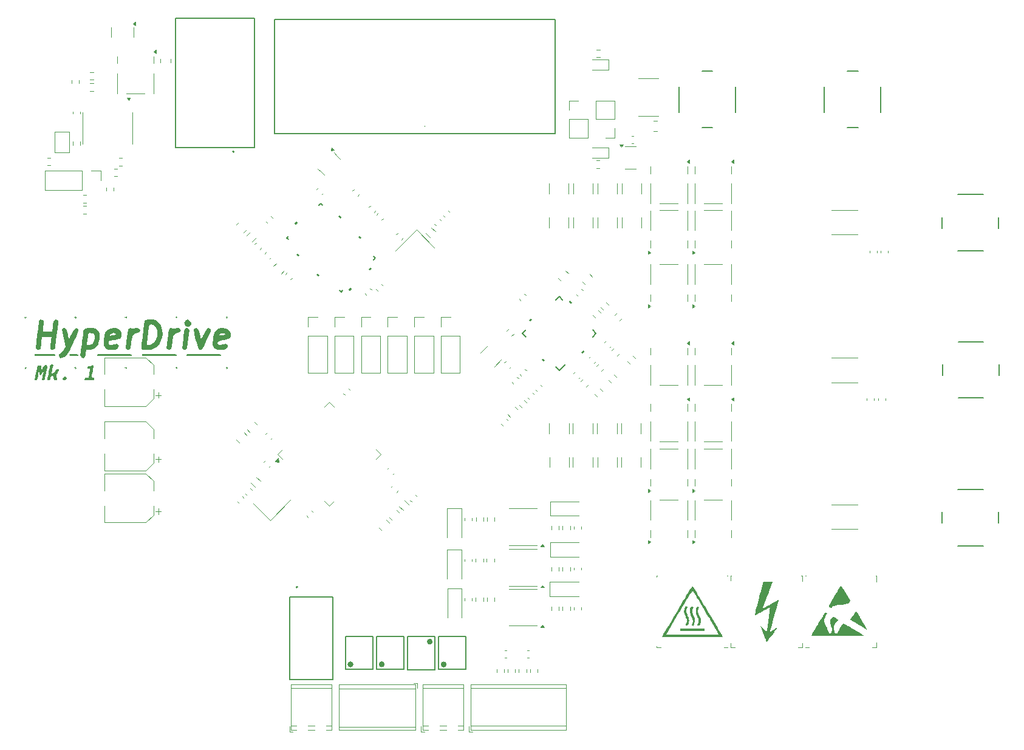
<source format=gbr>
%TF.GenerationSoftware,KiCad,Pcbnew,8.0.4*%
%TF.CreationDate,2024-10-18T00:11:30-06:00*%
%TF.ProjectId,Motor Controller,4d6f746f-7220-4436-9f6e-74726f6c6c65,Mk. 1*%
%TF.SameCoordinates,Original*%
%TF.FileFunction,Legend,Top*%
%TF.FilePolarity,Positive*%
%FSLAX46Y46*%
G04 Gerber Fmt 4.6, Leading zero omitted, Abs format (unit mm)*
G04 Created by KiCad (PCBNEW 8.0.4) date 2024-10-18 00:11:30*
%MOMM*%
%LPD*%
G01*
G04 APERTURE LIST*
%ADD10C,0.127000*%
%ADD11C,0.120000*%
%ADD12C,0.400000*%
%ADD13C,0.200000*%
%ADD14C,0.000000*%
%ADD15C,0.100000*%
%ADD16C,0.152400*%
G04 APERTURE END LIST*
D10*
%TO.C,J19*%
X189035000Y-67465000D02*
X189035000Y-63945000D01*
X185855000Y-69640000D02*
X184345000Y-69640000D01*
X185855000Y-61770000D02*
X184345000Y-61770000D01*
X181165000Y-67465000D02*
X181165000Y-63945000D01*
%TO.C,J16*%
X223610000Y-99465000D02*
X220090000Y-99465000D01*
X225785000Y-102645000D02*
X225785000Y-104155000D01*
X217915000Y-102645000D02*
X217915000Y-104155000D01*
X223610000Y-107335000D02*
X220090000Y-107335000D01*
%TO.C,J31*%
X209285000Y-67465000D02*
X209285000Y-63945000D01*
X206105000Y-69640000D02*
X204595000Y-69640000D01*
X206105000Y-61770000D02*
X204595000Y-61770000D01*
X201415000Y-67465000D02*
X201415000Y-63945000D01*
%TO.C,J17*%
X223560000Y-120065000D02*
X220040000Y-120065000D01*
X225735000Y-123245000D02*
X225735000Y-124755000D01*
X217865000Y-123245000D02*
X217865000Y-124755000D01*
X223560000Y-127935000D02*
X220040000Y-127935000D01*
%TO.C,J15*%
X220040000Y-86835000D02*
X223560000Y-86835000D01*
X217865000Y-83655000D02*
X217865000Y-82145000D01*
X225735000Y-83655000D02*
X225735000Y-82145000D01*
X220040000Y-78965000D02*
X223560000Y-78965000D01*
D11*
%TO.C,C45*%
X178295748Y-62790000D02*
X175464252Y-62790000D01*
X178295748Y-68010000D02*
X175464252Y-68010000D01*
%TO.C,U38*%
X177196823Y-101311327D02*
X177196823Y-100326327D01*
X177196823Y-105507327D02*
X177196823Y-102737327D01*
X181026823Y-105537327D02*
X178486823Y-105537327D01*
X182316823Y-101311327D02*
X182316823Y-100326327D01*
X182316823Y-105507327D02*
X182316823Y-102737327D01*
X182636823Y-99919577D02*
X182306823Y-99679577D01*
X182636823Y-99439577D01*
X182636823Y-99919577D01*
G36*
X182636823Y-99919577D02*
G01*
X182306823Y-99679577D01*
X182636823Y-99439577D01*
X182636823Y-99919577D01*
G37*
%TO.C,C79*%
X168617502Y-101720724D02*
X168816313Y-101521913D01*
X169338751Y-102441973D02*
X169537562Y-102243162D01*
%TO.C,D19*%
X148850000Y-128487500D02*
X148850000Y-132497500D01*
X150850000Y-128487500D02*
X148850000Y-128487500D01*
X150850000Y-128487500D02*
X150850000Y-132497500D01*
%TO.C,C43*%
X143888781Y-121760030D02*
X143689970Y-121561219D01*
X144610030Y-121038781D02*
X144411219Y-120839970D01*
%TO.C,R97*%
X154377500Y-135634758D02*
X154377500Y-135160242D01*
X155422500Y-135634758D02*
X155422500Y-135160242D01*
%TO.C,J6*%
X144270000Y-96040000D02*
X145600000Y-96040000D01*
X144270000Y-97370000D02*
X144270000Y-96040000D01*
X144270000Y-98640000D02*
X144270000Y-103780000D01*
X144270000Y-98640000D02*
X146930000Y-98640000D01*
X144270000Y-103780000D02*
X146930000Y-103780000D01*
X146930000Y-98640000D02*
X146930000Y-103780000D01*
%TO.C,U30*%
X133042444Y-72735161D02*
X132639394Y-72798800D01*
X132703033Y-72395749D01*
X133042444Y-72735161D01*
G36*
X133042444Y-72735161D02*
G01*
X132639394Y-72798800D01*
X132703033Y-72395749D01*
X133042444Y-72735161D01*
G37*
X133496761Y-73585456D02*
X133956380Y-74045076D01*
X133496761Y-73585456D02*
X133037141Y-73125837D01*
X131290587Y-75791630D02*
X131750207Y-76251249D01*
X131290587Y-75791630D02*
X130830968Y-75332010D01*
%TO.C,R44*%
X169436075Y-106751793D02*
X169771608Y-107087326D01*
X170175002Y-106012866D02*
X170510535Y-106348399D01*
%TO.C,C136*%
X120503408Y-121245403D02*
X120304597Y-121046592D01*
X119782159Y-121966652D02*
X119583348Y-121767841D01*
%TO.C,U17*%
X183340000Y-114422250D02*
X183340000Y-117192250D01*
X183340000Y-118618250D02*
X183340000Y-119603250D01*
X184630000Y-114392250D02*
X187170000Y-114392250D01*
X188460000Y-114422250D02*
X188460000Y-117192250D01*
X188460000Y-118618250D02*
X188460000Y-119603250D01*
X183350000Y-120250000D02*
X183020000Y-120490000D01*
X183020000Y-120010000D01*
X183350000Y-120250000D01*
G36*
X183350000Y-120250000D02*
G01*
X183020000Y-120490000D01*
X183020000Y-120010000D01*
X183350000Y-120250000D01*
G37*
%TO.C,C173*%
X163100000Y-115548748D02*
X163100000Y-116971252D01*
X165820000Y-115548748D02*
X165820000Y-116971252D01*
D12*
%TO.C,U47*%
X148570000Y-144475000D02*
G75*
G02*
X148170000Y-144475000I-200000J0D01*
G01*
X148170000Y-144475000D02*
G75*
G02*
X148570000Y-144475000I200000J0D01*
G01*
D13*
X151470000Y-145175000D02*
X147670000Y-145175000D01*
X151470000Y-140575000D02*
X151470000Y-145175000D01*
X147670000Y-145175000D02*
X147670000Y-140575000D01*
X147670000Y-140575000D02*
X151470000Y-140575000D01*
D11*
%TO.C,J7*%
X144700000Y-147790000D02*
X144700000Y-147050000D01*
X144700000Y-147050000D02*
X144200000Y-147050000D01*
X144460000Y-153610000D02*
X144460000Y-147290000D01*
X144460000Y-153610000D02*
X133720000Y-153610000D01*
X144460000Y-153150000D02*
X133720000Y-153150000D01*
X144460000Y-147850000D02*
X133720000Y-147850000D01*
X144460000Y-147290000D02*
X133720000Y-147290000D01*
X133720000Y-153610000D02*
X133720000Y-147290000D01*
%TO.C,U42*%
X183340000Y-88672250D02*
X183340000Y-91442250D01*
X183340000Y-92868250D02*
X183340000Y-93853250D01*
X184630000Y-88642250D02*
X187170000Y-88642250D01*
X188460000Y-88672250D02*
X188460000Y-91442250D01*
X188460000Y-92868250D02*
X188460000Y-93853250D01*
X183350000Y-94500000D02*
X183020000Y-94740000D01*
X183020000Y-94260000D01*
X183350000Y-94500000D01*
G36*
X183350000Y-94500000D02*
G01*
X183020000Y-94740000D01*
X183020000Y-94260000D01*
X183350000Y-94500000D01*
G37*
%TO.C,R86*%
X169618641Y-102858585D02*
X169954174Y-102523052D01*
X170357568Y-103597512D02*
X170693101Y-103261979D01*
D13*
%TO.C,PS1*%
X128010000Y-133690000D02*
G75*
G02*
X127810000Y-133690000I-100000J0D01*
G01*
X127810000Y-133690000D02*
G75*
G02*
X128010000Y-133690000I100000J0D01*
G01*
D10*
X126900000Y-146550000D02*
X132900000Y-146550000D01*
X132900000Y-146550000D02*
X132900000Y-135050000D01*
X126900000Y-135050000D02*
X126900000Y-146550000D01*
X132900000Y-135050000D02*
X126900000Y-135050000D01*
D11*
%TO.C,R76*%
X93562258Y-73852500D02*
X93087742Y-73852500D01*
X93562258Y-74897500D02*
X93087742Y-74897500D01*
%TO.C,R50*%
X156797500Y-145117742D02*
X156797500Y-145592258D01*
X155752500Y-145117742D02*
X155752500Y-145592258D01*
%TO.C,R16*%
X98072742Y-81622500D02*
X98547258Y-81622500D01*
X98072742Y-80577500D02*
X98547258Y-80577500D01*
%TO.C,R56*%
X161447500Y-145587258D02*
X161447500Y-145112742D01*
X160402500Y-145587258D02*
X160402500Y-145112742D01*
D13*
%TO.C,J18*%
X119140000Y-72987500D02*
G75*
G02*
X118940000Y-72987500I-100000J0D01*
G01*
X118940000Y-72987500D02*
G75*
G02*
X119140000Y-72987500I100000J0D01*
G01*
D10*
X121980000Y-72387500D02*
X111020000Y-72387500D01*
X121980000Y-54387500D02*
X121980000Y-72387500D01*
X111020000Y-72387500D02*
X111020000Y-54387500D01*
X111020000Y-54387500D02*
X121980000Y-54387500D01*
D11*
%TO.C,C47*%
X174559420Y-70790000D02*
X174840580Y-70790000D01*
X174559420Y-71810000D02*
X174840580Y-71810000D01*
%TO.C,C196*%
X173200000Y-82188748D02*
X173200000Y-83611252D01*
X175920000Y-82188748D02*
X175920000Y-83611252D01*
%TO.C,C10*%
X127223367Y-90603339D02*
X127024556Y-90802150D01*
X126502118Y-89882090D02*
X126303307Y-90080901D01*
%TO.C,U36*%
X177196823Y-109136750D02*
X177196823Y-108151750D01*
X177196823Y-113332750D02*
X177196823Y-110562750D01*
X181026823Y-113362750D02*
X178486823Y-113362750D01*
X182316823Y-109136750D02*
X182316823Y-108151750D01*
X182316823Y-113332750D02*
X182316823Y-110562750D01*
X182636823Y-107745000D02*
X182306823Y-107505000D01*
X182636823Y-107265000D01*
X182636823Y-107745000D01*
G36*
X182636823Y-107745000D02*
G01*
X182306823Y-107505000D01*
X182636823Y-107265000D01*
X182636823Y-107745000D01*
G37*
%TO.C,JP15*%
X96125000Y-70250000D02*
X96125000Y-73050000D01*
X94125000Y-70250000D02*
X96125000Y-70250000D01*
X96125000Y-73050000D02*
X94125000Y-73050000D01*
X94125000Y-73050000D02*
X94125000Y-70250000D01*
%TO.C,JP14*%
X172230000Y-65865000D02*
X169570000Y-65865000D01*
X172230000Y-68465000D02*
X172230000Y-65865000D01*
X172230000Y-68465000D02*
X169570000Y-68465000D01*
X169570000Y-68465000D02*
X169570000Y-65865000D01*
X172230000Y-69735000D02*
X172230000Y-71065000D01*
X172230000Y-71065000D02*
X170900000Y-71065000D01*
%TO.C,FB2*%
X143490703Y-122196052D02*
X142925552Y-121630901D01*
X142698744Y-122988011D02*
X142133593Y-122422860D01*
%TO.C,C32*%
X157644964Y-109963303D02*
X157275497Y-109593836D01*
X158684411Y-108923856D02*
X158314944Y-108554389D01*
%TO.C,C46*%
X178161252Y-68665000D02*
X177638748Y-68665000D01*
X178161252Y-70135000D02*
X177638748Y-70135000D01*
%TO.C,U21*%
X97990000Y-69700000D02*
X97990000Y-67500000D01*
X97990000Y-69700000D02*
X97990000Y-71900000D01*
X105010000Y-69700000D02*
X105010000Y-67500000D01*
X105010000Y-69700000D02*
X105010000Y-71900000D01*
X104425000Y-65790000D02*
X104185000Y-65460000D01*
X104665000Y-65460000D01*
X104425000Y-65790000D01*
G36*
X104425000Y-65790000D02*
G01*
X104185000Y-65460000D01*
X104665000Y-65460000D01*
X104425000Y-65790000D01*
G37*
%TO.C,C36*%
X129427600Y-123952797D02*
X129228789Y-123753986D01*
X130148849Y-123231548D02*
X129950038Y-123032737D01*
%TO.C,C28*%
X168065010Y-91454457D02*
X167695543Y-91084990D01*
X169104457Y-90415010D02*
X168734990Y-90045543D01*
%TO.C,C147*%
X151290000Y-135256920D02*
X151290000Y-135538080D01*
X152310000Y-135256920D02*
X152310000Y-135538080D01*
%TO.C,C19*%
X166515000Y-131006920D02*
X166515000Y-131288080D01*
X167535000Y-131006920D02*
X167535000Y-131288080D01*
%TO.C,C13*%
X136358366Y-79170244D02*
X136557177Y-78971433D01*
X135637117Y-78448995D02*
X135835928Y-78250184D01*
%TO.C,C190*%
X169820000Y-82188748D02*
X169820000Y-83611252D01*
X172540000Y-82188748D02*
X172540000Y-83611252D01*
%TO.C,C97*%
X159984420Y-143560000D02*
X160265580Y-143560000D01*
X159984420Y-142540000D02*
X160265580Y-142540000D01*
%TO.C,FB7*%
X122843253Y-118918344D02*
X122278102Y-118353193D01*
X122051294Y-119710303D02*
X121486143Y-119145152D01*
%TO.C,R92*%
X152852500Y-124459758D02*
X152852500Y-123985242D01*
X153897500Y-124459758D02*
X153897500Y-123985242D01*
%TO.C,U5*%
X174400000Y-72240000D02*
X173600000Y-72240000D01*
X174400000Y-72240000D02*
X175200000Y-72240000D01*
X174400000Y-75360000D02*
X173600000Y-75360000D01*
X174400000Y-75360000D02*
X175200000Y-75360000D01*
X173100000Y-72290000D02*
X172860000Y-71960000D01*
X173340000Y-71960000D01*
X173100000Y-72290000D01*
G36*
X173100000Y-72290000D02*
G01*
X172860000Y-71960000D01*
X173340000Y-71960000D01*
X173100000Y-72290000D01*
G37*
%TO.C,C77*%
X166490000Y-125281920D02*
X166490000Y-125563080D01*
X167510000Y-125281920D02*
X167510000Y-125563080D01*
%TO.C,C137*%
X121610030Y-120138781D02*
X121411219Y-119939970D01*
X120888781Y-120860030D02*
X120689970Y-120661219D01*
%TO.C,R82*%
X164927500Y-125659758D02*
X164927500Y-125185242D01*
X165972500Y-125659758D02*
X165972500Y-125185242D01*
%TO.C,Q21*%
X101990000Y-56312500D02*
X101990000Y-55662500D01*
X101990000Y-56312500D02*
X101990000Y-56962500D01*
X105110000Y-56312500D02*
X105110000Y-55662500D01*
X105110000Y-56312500D02*
X105110000Y-56962500D01*
X105390000Y-55390000D02*
X105060000Y-55150000D01*
X105390000Y-54910000D01*
X105390000Y-55390000D01*
G36*
X105390000Y-55390000D02*
G01*
X105060000Y-55150000D01*
X105390000Y-54910000D01*
X105390000Y-55390000D01*
G37*
%TO.C,R52*%
X158347500Y-145592258D02*
X158347500Y-145117742D01*
X157302500Y-145592258D02*
X157302500Y-145117742D01*
%TO.C,R84*%
X164927500Y-136909758D02*
X164927500Y-136435242D01*
X165972500Y-136909758D02*
X165972500Y-136435242D01*
%TO.C,C14*%
X149005777Y-81176351D02*
X149204588Y-81375162D01*
X148284528Y-81897600D02*
X148483339Y-82096411D01*
%TO.C,D26*%
X163190000Y-121747500D02*
X163190000Y-123747500D01*
X163190000Y-121747500D02*
X167200000Y-121747500D01*
X163190000Y-123747500D02*
X167200000Y-123747500D01*
%TO.C,C27*%
X158079042Y-105320988D02*
X157880231Y-105122177D01*
X158800291Y-104599739D02*
X158601480Y-104400928D01*
%TO.C,JP16*%
X165820000Y-65855000D02*
X167150000Y-65855000D01*
X165820000Y-67185000D02*
X165820000Y-65855000D01*
X168480000Y-68455000D02*
X168480000Y-71055000D01*
X165820000Y-68455000D02*
X168480000Y-68455000D01*
X165820000Y-68455000D02*
X165820000Y-71055000D01*
X165820000Y-71055000D02*
X168480000Y-71055000D01*
D14*
%TO.C,G\u002A\u002A\u002A*%
G36*
X198777379Y-141694456D02*
G01*
X198794225Y-142105776D01*
X199205545Y-142122622D01*
X199616864Y-142139468D01*
X199178501Y-142149665D01*
X198740139Y-142159862D01*
X198750336Y-141721499D01*
X198760533Y-141283137D01*
X198777379Y-141694456D01*
G37*
G36*
X199178501Y-132150336D02*
G01*
X199616864Y-132160533D01*
X199205545Y-132177379D01*
X198794225Y-132194225D01*
X198777379Y-132605545D01*
X198760533Y-133016864D01*
X198750336Y-132578501D01*
X198740139Y-132140139D01*
X199178501Y-132150336D01*
G37*
G36*
X208749665Y-141721499D02*
G01*
X208759862Y-142159862D01*
X208321499Y-142149665D01*
X207883137Y-142139468D01*
X208294456Y-142122622D01*
X208705776Y-142105776D01*
X208722622Y-141694456D01*
X208739468Y-141283137D01*
X208749665Y-141721499D01*
G37*
G36*
X208759862Y-132565977D02*
G01*
X208757141Y-132758423D01*
X208749880Y-132905602D01*
X208739431Y-132984512D01*
X208734813Y-132991815D01*
X208723153Y-132945683D01*
X208714385Y-132823134D01*
X208710002Y-132647938D01*
X208709764Y-132593052D01*
X208709764Y-132194289D01*
X208296450Y-132177411D01*
X207883137Y-132160533D01*
X208321499Y-132150336D01*
X208759862Y-132140139D01*
X208759862Y-132565977D01*
G37*
G36*
X205916064Y-137093557D02*
G01*
X205997895Y-137209322D01*
X206112390Y-137385784D01*
X206251049Y-137609780D01*
X206405369Y-137868148D01*
X206430277Y-137910653D01*
X206604899Y-138209435D01*
X206781215Y-138511143D01*
X206945768Y-138792744D01*
X207085098Y-139031208D01*
X207176402Y-139187500D01*
X207278762Y-139368578D01*
X207355299Y-139515300D01*
X207396088Y-139607975D01*
X207399152Y-139629580D01*
X207352336Y-139610365D01*
X207231168Y-139545009D01*
X207046635Y-139439878D01*
X206809722Y-139301336D01*
X206531415Y-139135751D01*
X206222699Y-138949488D01*
X206165141Y-138914495D01*
X204953517Y-138177022D01*
X205185397Y-137951578D01*
X205328730Y-137790456D01*
X205454140Y-137612410D01*
X205513837Y-137500691D01*
X205609032Y-137315844D01*
X205715947Y-137165680D01*
X205817047Y-137071975D01*
X205875400Y-137051650D01*
X205916064Y-137093557D01*
G37*
G36*
X203800507Y-133534558D02*
G01*
X203870193Y-133622475D01*
X203968614Y-133768661D01*
X204101176Y-133981016D01*
X204273284Y-134267437D01*
X204421250Y-134518041D01*
X205057108Y-135600145D01*
X204954289Y-135744540D01*
X204846836Y-135865046D01*
X204706908Y-135960044D01*
X204520104Y-136034283D01*
X204272021Y-136092511D01*
X203948258Y-136139475D01*
X203669386Y-136168144D01*
X203299991Y-136206823D01*
X203016028Y-136249384D01*
X202802733Y-136299834D01*
X202645339Y-136362184D01*
X202529082Y-136440440D01*
X202477246Y-136491804D01*
X202400144Y-136570529D01*
X202338889Y-136588920D01*
X202258531Y-136545805D01*
X202176337Y-136481712D01*
X202087980Y-136395216D01*
X202053537Y-136328568D01*
X202055701Y-136319140D01*
X202122172Y-136201520D01*
X202226415Y-136021110D01*
X202360949Y-135790528D01*
X202518295Y-135522392D01*
X202690973Y-135229321D01*
X202871502Y-134923933D01*
X203052402Y-134618847D01*
X203226194Y-134326681D01*
X203385396Y-134060053D01*
X203522531Y-133831582D01*
X203630116Y-133653886D01*
X203700672Y-133539583D01*
X203725710Y-133501943D01*
X203754148Y-133497014D01*
X203800507Y-133534558D01*
G37*
G36*
X201672660Y-137222123D02*
G01*
X201720977Y-137246562D01*
X201776272Y-137283939D01*
X201785784Y-137290382D01*
X201809225Y-137335638D01*
X201781956Y-137420026D01*
X201697723Y-137560666D01*
X201674022Y-137596261D01*
X201532380Y-137827102D01*
X201447738Y-138029103D01*
X201418931Y-138226697D01*
X201444797Y-138444315D01*
X201524173Y-138706388D01*
X201610594Y-138928501D01*
X201693868Y-139136325D01*
X201789606Y-139381994D01*
X201869441Y-139592041D01*
X201975642Y-139852895D01*
X202068651Y-140025295D01*
X202155779Y-140118862D01*
X202244334Y-140143219D01*
X202282338Y-140135566D01*
X202392335Y-140051804D01*
X202461924Y-139897204D01*
X202489236Y-139693419D01*
X202472403Y-139462098D01*
X202409558Y-139224894D01*
X202369176Y-139129108D01*
X202305593Y-138940448D01*
X202286950Y-138717132D01*
X202289864Y-138621195D01*
X202290385Y-138437154D01*
X202272258Y-138315348D01*
X202251302Y-138279852D01*
X202253959Y-138230178D01*
X202305935Y-138133785D01*
X202387703Y-138016755D01*
X202479737Y-137905170D01*
X202562513Y-137825111D01*
X202609569Y-137801282D01*
X202662893Y-137825349D01*
X202776063Y-137887632D01*
X202923947Y-137973259D01*
X203081417Y-138067356D01*
X203223340Y-138155050D01*
X203324588Y-138221468D01*
X203346087Y-138237186D01*
X203326653Y-138279300D01*
X203253856Y-138371022D01*
X203167963Y-138466140D01*
X203017610Y-138628980D01*
X202921189Y-138749303D01*
X202862110Y-138855770D01*
X202823784Y-138977043D01*
X202795978Y-139108816D01*
X202768895Y-139347833D01*
X202772337Y-139597043D01*
X202803109Y-139825597D01*
X202858016Y-140002645D01*
X202894861Y-140063885D01*
X202989150Y-140140282D01*
X203109847Y-140138753D01*
X203119695Y-140136367D01*
X203190714Y-140105582D01*
X203257420Y-140040639D01*
X203331822Y-139924544D01*
X203425931Y-139740302D01*
X203479490Y-139627250D01*
X203617458Y-139358325D01*
X203762149Y-139121745D01*
X203902539Y-138932252D01*
X204027603Y-138804588D01*
X204126315Y-138753496D01*
X204133204Y-138753156D01*
X204188539Y-138778118D01*
X204316660Y-138847980D01*
X204504968Y-138955204D01*
X204740869Y-139092254D01*
X205011765Y-139251593D01*
X205305061Y-139425685D01*
X205608160Y-139606992D01*
X205908465Y-139787977D01*
X206193380Y-139961104D01*
X206450310Y-140118836D01*
X206666657Y-140253637D01*
X206829826Y-140357968D01*
X206927219Y-140424294D01*
X206931263Y-140427330D01*
X206942639Y-140441699D01*
X206932076Y-140454168D01*
X206893229Y-140464873D01*
X206819752Y-140473952D01*
X206705298Y-140481540D01*
X206543523Y-140487772D01*
X206328081Y-140492786D01*
X206052625Y-140496718D01*
X205710810Y-140499702D01*
X205296291Y-140501876D01*
X204802721Y-140503375D01*
X204223755Y-140504336D01*
X203553047Y-140504895D01*
X203308681Y-140505015D01*
X202708451Y-140504780D01*
X202138734Y-140503600D01*
X201607253Y-140501551D01*
X201121732Y-140498708D01*
X200689895Y-140495145D01*
X200319467Y-140490939D01*
X200018170Y-140486163D01*
X199793728Y-140480892D01*
X199653866Y-140475203D01*
X199606308Y-140469170D01*
X199606358Y-140469034D01*
X199635535Y-140418781D01*
X199709831Y-140291831D01*
X199823571Y-140097854D01*
X199971077Y-139846521D01*
X200146675Y-139547501D01*
X200344688Y-139210466D01*
X200559442Y-138845086D01*
X200590950Y-138791490D01*
X200838515Y-138370276D01*
X201040650Y-138027842D01*
X201203176Y-137756873D01*
X201331917Y-137550052D01*
X201432697Y-137400064D01*
X201511338Y-137299592D01*
X201573663Y-137241322D01*
X201625496Y-137217938D01*
X201672660Y-137222123D01*
G37*
D11*
%TO.C,R39*%
X169162770Y-95801697D02*
X169498303Y-96137230D01*
X169901697Y-95062770D02*
X170237230Y-95398303D01*
%TO.C,C81*%
X207340000Y-107359420D02*
X207340000Y-107640580D01*
X208360000Y-107359420D02*
X208360000Y-107640580D01*
%TO.C,C7*%
X126053580Y-89616449D02*
X125684113Y-89985916D01*
X125014133Y-88577002D02*
X124644666Y-88946469D01*
%TO.C,R10*%
X99047026Y-61911784D02*
X99521542Y-61911784D01*
X99047026Y-62956784D02*
X99521542Y-62956784D01*
%TO.C,C38*%
X124198849Y-116753986D02*
X124000038Y-116952797D01*
X123477600Y-116032737D02*
X123278789Y-116231548D01*
%TO.C,C174*%
X173110000Y-112271252D02*
X173110000Y-110848748D01*
X175830000Y-112271252D02*
X175830000Y-110848748D01*
D14*
%TO.C,G\u002A\u002A\u002A*%
G36*
X188427379Y-141694456D02*
G01*
X188444225Y-142105776D01*
X188855545Y-142122622D01*
X189266864Y-142139468D01*
X188828501Y-142149665D01*
X188390139Y-142159862D01*
X188400336Y-141721499D01*
X188410533Y-141283137D01*
X188427379Y-141694456D01*
G37*
G36*
X188828501Y-132150336D02*
G01*
X189266864Y-132160533D01*
X188855545Y-132177379D01*
X188444225Y-132194225D01*
X188427379Y-132605545D01*
X188410533Y-133016864D01*
X188400336Y-132578501D01*
X188390139Y-132140139D01*
X188828501Y-132150336D01*
G37*
G36*
X198399665Y-141721499D02*
G01*
X198409862Y-142159862D01*
X197971499Y-142149665D01*
X197533137Y-142139468D01*
X197944456Y-142122622D01*
X198355776Y-142105776D01*
X198372622Y-141694456D01*
X198389468Y-141283137D01*
X198399665Y-141721499D01*
G37*
G36*
X198409862Y-132565977D02*
G01*
X198407141Y-132758423D01*
X198399880Y-132905602D01*
X198389431Y-132984512D01*
X198384813Y-132991815D01*
X198373153Y-132945683D01*
X198364385Y-132823134D01*
X198360002Y-132647938D01*
X198359764Y-132593052D01*
X198359764Y-132194289D01*
X197946450Y-132177411D01*
X197533137Y-132160533D01*
X197971499Y-132150336D01*
X198409862Y-132140139D01*
X198409862Y-132565977D01*
G37*
G36*
X193872312Y-132943854D02*
G01*
X194065923Y-132951016D01*
X194182610Y-132964323D01*
X194233969Y-132984900D01*
X194237217Y-133004340D01*
X194160459Y-133196807D01*
X194061383Y-133447625D01*
X193944613Y-133744883D01*
X193814772Y-134076666D01*
X193676481Y-134431061D01*
X193534365Y-134796157D01*
X193393045Y-135160039D01*
X193257144Y-135510795D01*
X193131286Y-135836511D01*
X193020092Y-136125276D01*
X192928186Y-136365175D01*
X192860190Y-136544296D01*
X192820726Y-136650726D01*
X192812592Y-136675673D01*
X192857594Y-136654493D01*
X192978437Y-136590995D01*
X193163379Y-136491530D01*
X193400677Y-136362450D01*
X193678588Y-136210105D01*
X193945129Y-136063109D01*
X194249006Y-135895929D01*
X194522754Y-135746963D01*
X194754598Y-135622486D01*
X194932759Y-135528771D01*
X195045463Y-135472094D01*
X195081116Y-135457809D01*
X195070811Y-135507445D01*
X195035520Y-135643862D01*
X194977877Y-135857526D01*
X194900520Y-136138906D01*
X194806085Y-136478467D01*
X194697208Y-136866677D01*
X194576526Y-137294002D01*
X194457186Y-137714029D01*
X194328157Y-138168317D01*
X194208681Y-138591753D01*
X194101368Y-138974886D01*
X194008828Y-139308267D01*
X193933669Y-139582445D01*
X193878502Y-139787971D01*
X193845935Y-139915395D01*
X193838207Y-139955523D01*
X193887280Y-139929806D01*
X193991080Y-139864078D01*
X194067305Y-139813145D01*
X194350869Y-139624155D01*
X194574864Y-139482872D01*
X194733890Y-139392400D01*
X194822545Y-139355842D01*
X194838256Y-139370235D01*
X194799262Y-139436051D01*
X194712008Y-139564467D01*
X194586572Y-139741891D01*
X194433032Y-139954731D01*
X194261463Y-140189392D01*
X194081944Y-140432283D01*
X193904551Y-140669810D01*
X193739361Y-140888380D01*
X193596451Y-141074401D01*
X193485899Y-141214280D01*
X193417781Y-141294424D01*
X193401560Y-141308186D01*
X193373933Y-141263407D01*
X193317182Y-141137992D01*
X193236825Y-140945325D01*
X193138377Y-140698791D01*
X193027353Y-140411771D01*
X192973129Y-140268639D01*
X192858006Y-139962599D01*
X192754031Y-139685892D01*
X192666661Y-139453063D01*
X192601350Y-139278654D01*
X192563555Y-139177209D01*
X192557118Y-139159634D01*
X192549199Y-139111704D01*
X192581743Y-139117619D01*
X192661011Y-139182595D01*
X192793262Y-139311846D01*
X192984757Y-139510587D01*
X193008451Y-139535589D01*
X193393430Y-139942282D01*
X193421415Y-139761033D01*
X193453476Y-139546082D01*
X193492215Y-139274695D01*
X193535791Y-138960938D01*
X193582363Y-138618878D01*
X193630089Y-138262582D01*
X193677129Y-137906118D01*
X193721640Y-137563552D01*
X193761782Y-137248952D01*
X193795713Y-136976384D01*
X193821591Y-136759916D01*
X193837576Y-136613614D01*
X193841825Y-136551545D01*
X193841642Y-136550736D01*
X193795249Y-136561538D01*
X193673413Y-136614795D01*
X193488368Y-136704462D01*
X193252347Y-136824496D01*
X192977586Y-136968852D01*
X192775798Y-137077316D01*
X192481527Y-137236044D01*
X192217958Y-137376604D01*
X191997341Y-137492597D01*
X191831927Y-137577621D01*
X191733965Y-137625274D01*
X191712165Y-137633105D01*
X191721550Y-137583373D01*
X191753921Y-137446743D01*
X191806744Y-137233210D01*
X191877488Y-136952769D01*
X191963622Y-136615416D01*
X192062613Y-136231146D01*
X192171930Y-135809955D01*
X192241435Y-135543632D01*
X192359124Y-135093420D01*
X192471189Y-134664395D01*
X192574589Y-134268217D01*
X192666287Y-133916545D01*
X192743241Y-133621040D01*
X192802413Y-133393360D01*
X192840763Y-133245167D01*
X192851126Y-133204734D01*
X192917956Y-132941716D01*
X193590177Y-132941716D01*
X193872312Y-132943854D01*
G37*
D11*
%TO.C,C23*%
X159180202Y-104219828D02*
X158981391Y-104021017D01*
X159901451Y-103498579D02*
X159702640Y-103299768D01*
%TO.C,C177*%
X163090000Y-112271252D02*
X163090000Y-110848748D01*
X165810000Y-112271252D02*
X165810000Y-110848748D01*
%TO.C,C95*%
X156884420Y-143560000D02*
X157165580Y-143560000D01*
X156884420Y-142540000D02*
X157165580Y-142540000D01*
%TO.C,C31*%
X156596361Y-111152376D02*
X156397550Y-110953565D01*
X157317610Y-110431127D02*
X157118799Y-110232316D01*
%TO.C,C195*%
X173200000Y-78811252D02*
X173200000Y-77388748D01*
X175920000Y-78811252D02*
X175920000Y-77388748D01*
%TO.C,R18*%
X96677500Y-72037258D02*
X96677500Y-71562742D01*
X97722500Y-72037258D02*
X97722500Y-71562742D01*
%TO.C,C8*%
X138103785Y-92024359D02*
X138302596Y-92223170D01*
X137382536Y-92745608D02*
X137581347Y-92944419D01*
%TO.C,J5*%
X147970000Y-96040000D02*
X149300000Y-96040000D01*
X147970000Y-97370000D02*
X147970000Y-96040000D01*
X147970000Y-98640000D02*
X147970000Y-103780000D01*
X147970000Y-98640000D02*
X150630000Y-98640000D01*
X147970000Y-103780000D02*
X150630000Y-103780000D01*
X150630000Y-98640000D02*
X150630000Y-103780000D01*
%TO.C,U44*%
X177196823Y-76011327D02*
X177196823Y-75026327D01*
X177196823Y-80207327D02*
X177196823Y-77437327D01*
X181026823Y-80237327D02*
X178486823Y-80237327D01*
X182316823Y-76011327D02*
X182316823Y-75026327D01*
X182316823Y-80207327D02*
X182316823Y-77437327D01*
X182636823Y-74619577D02*
X182306823Y-74379577D01*
X182636823Y-74139577D01*
X182636823Y-74619577D01*
G36*
X182636823Y-74619577D02*
G01*
X182306823Y-74379577D01*
X182636823Y-74139577D01*
X182636823Y-74619577D01*
G37*
%TO.C,R93*%
X154377500Y-124459758D02*
X154377500Y-123985242D01*
X155422500Y-124459758D02*
X155422500Y-123985242D01*
%TO.C,C180*%
X169791250Y-115552597D02*
X169791250Y-116975101D01*
X172511250Y-115552597D02*
X172511250Y-116975101D01*
%TO.C,J10*%
X165380000Y-147290000D02*
X165380000Y-153610000D01*
X152100000Y-153610000D02*
X165380000Y-153610000D01*
X152100000Y-153050000D02*
X165380000Y-153050000D01*
X152100000Y-147750000D02*
X165380000Y-147750000D01*
X152100000Y-147290000D02*
X165380000Y-147290000D01*
X152100000Y-147290000D02*
X152100000Y-153610000D01*
X151860000Y-153850000D02*
X152360000Y-153850000D01*
X151860000Y-153110000D02*
X151860000Y-153850000D01*
%TO.C,R9*%
X164952500Y-131384758D02*
X164952500Y-130910242D01*
X165997500Y-131384758D02*
X165997500Y-130910242D01*
%TO.C,D17*%
X163165000Y-132972500D02*
X163165000Y-134972500D01*
X163165000Y-132972500D02*
X167175000Y-132972500D01*
X163165000Y-134972500D02*
X167175000Y-134972500D01*
%TO.C,R96*%
X152827500Y-135634758D02*
X152827500Y-135160242D01*
X153872500Y-135634758D02*
X153872500Y-135160242D01*
%TO.C,U34*%
X183340000Y-121567250D02*
X183340000Y-124337250D01*
X183340000Y-125763250D02*
X183340000Y-126748250D01*
X184630000Y-121537250D02*
X187170000Y-121537250D01*
X188460000Y-121567250D02*
X188460000Y-124337250D01*
X188460000Y-125763250D02*
X188460000Y-126748250D01*
X183350000Y-127395000D02*
X183020000Y-127635000D01*
X183020000Y-127155000D01*
X183350000Y-127395000D01*
G36*
X183350000Y-127395000D02*
G01*
X183020000Y-127635000D01*
X183020000Y-127155000D01*
X183350000Y-127395000D01*
G37*
%TO.C,R7*%
X159211757Y-108673702D02*
X158876224Y-108338169D01*
X159950684Y-107934775D02*
X159615151Y-107599242D01*
D13*
%TO.C,J28*%
X124795000Y-54575000D02*
X163895000Y-54575000D01*
X124795000Y-70426000D02*
X124795000Y-54575000D01*
D15*
X145715000Y-69375000D02*
X145715000Y-69375000D01*
X145715000Y-69475000D02*
X145715000Y-69475000D01*
D13*
X163895000Y-54575000D02*
X163895000Y-70426000D01*
X163930000Y-70426000D02*
X124814000Y-70426000D01*
D15*
X145715000Y-69375000D02*
G75*
G02*
X145715000Y-69475000I0J-50000D01*
G01*
X145715000Y-69475000D02*
G75*
G02*
X145715000Y-69375000I0J50000D01*
G01*
D12*
%TO.C,U46*%
X139920000Y-144450000D02*
G75*
G02*
X139520000Y-144450000I-200000J0D01*
G01*
X139520000Y-144450000D02*
G75*
G02*
X139920000Y-144450000I200000J0D01*
G01*
D13*
X142820000Y-145150000D02*
X139020000Y-145150000D01*
X142820000Y-140550000D02*
X142820000Y-145150000D01*
X139020000Y-145150000D02*
X139020000Y-140550000D01*
X139020000Y-140550000D02*
X142820000Y-140550000D01*
D11*
%TO.C,C176*%
X163040000Y-82188748D02*
X163040000Y-83611252D01*
X165760000Y-82188748D02*
X165760000Y-83611252D01*
%TO.C,J20*%
X151100000Y-147290000D02*
X151100000Y-153610000D01*
X150330000Y-153610000D02*
X151100000Y-153610000D01*
X150330000Y-153050000D02*
X151100000Y-153050000D01*
X147790000Y-153610000D02*
X148750000Y-153610000D01*
X147790000Y-153050000D02*
X148750000Y-153050000D01*
X145440000Y-153610000D02*
X146210000Y-153610000D01*
X145440000Y-153050000D02*
X146210000Y-153050000D01*
X145440000Y-147750000D02*
X151100000Y-147750000D01*
X145440000Y-147290000D02*
X151100000Y-147290000D01*
X145440000Y-147290000D02*
X145440000Y-153610000D01*
X145200000Y-153850000D02*
X145700000Y-153850000D01*
X145200000Y-153110000D02*
X145200000Y-153850000D01*
%TO.C,R19*%
X170087258Y-75272500D02*
X169612742Y-75272500D01*
X170087258Y-74227500D02*
X169612742Y-74227500D01*
%TO.C,R38*%
X171336075Y-104851793D02*
X171671608Y-105187326D01*
X172075002Y-104112866D02*
X172410535Y-104448399D01*
%TO.C,C25*%
X157001205Y-102216787D02*
X156802394Y-102415598D01*
X157722454Y-102938036D02*
X157523643Y-103136847D01*
%TO.C,U37*%
X183340000Y-101311327D02*
X183340000Y-100326327D01*
X183340000Y-105507327D02*
X183340000Y-102737327D01*
X187170000Y-105537327D02*
X184630000Y-105537327D01*
X188460000Y-101311327D02*
X188460000Y-100326327D01*
X188460000Y-105507327D02*
X188460000Y-102737327D01*
X188780000Y-99919577D02*
X188450000Y-99679577D01*
X188780000Y-99439577D01*
X188780000Y-99919577D01*
G36*
X188780000Y-99919577D02*
G01*
X188450000Y-99679577D01*
X188780000Y-99439577D01*
X188780000Y-99919577D01*
G37*
%TO.C,C35*%
X124250038Y-113052797D02*
X124448849Y-112853986D01*
X123528789Y-112331548D02*
X123727600Y-112132737D01*
%TO.C,C86*%
X166651444Y-103686782D02*
X166452633Y-103885593D01*
X167372693Y-104408031D02*
X167173882Y-104606842D01*
D14*
%TO.C,G\u002A\u002A\u002A*%
G36*
X95756461Y-104431340D02*
G01*
X95787856Y-104566714D01*
X95712353Y-104725001D01*
X95688830Y-104750385D01*
X95545811Y-104835455D01*
X95395176Y-104846457D01*
X95296401Y-104784247D01*
X95275012Y-104644167D01*
X95327618Y-104484975D01*
X95428994Y-104374023D01*
X95454102Y-104363161D01*
X95638449Y-104352336D01*
X95756461Y-104431340D01*
G37*
G36*
X90067365Y-95967786D02*
G01*
X90152488Y-96032661D01*
X90198971Y-96054013D01*
X90257544Y-96085277D01*
X90188627Y-96096721D01*
X90187345Y-96096782D01*
X90078881Y-96156352D01*
X90046921Y-96217132D01*
X90021913Y-96298231D01*
X90011603Y-96251502D01*
X90009195Y-96217132D01*
X89970281Y-96119302D01*
X89933164Y-96101977D01*
X89911444Y-96065226D01*
X89949615Y-96010554D01*
X90033457Y-95956456D01*
X90067365Y-95967786D01*
G37*
G36*
X90067365Y-103008719D02*
G01*
X90152488Y-103073593D01*
X90198971Y-103094946D01*
X90257544Y-103126210D01*
X90188627Y-103137654D01*
X90187345Y-103137714D01*
X90078881Y-103197285D01*
X90046921Y-103258065D01*
X90021913Y-103339164D01*
X90011603Y-103292435D01*
X90009195Y-103258065D01*
X89970281Y-103160235D01*
X89933164Y-103142909D01*
X89911444Y-103106159D01*
X89949615Y-103051487D01*
X90033457Y-102997388D01*
X90067365Y-103008719D01*
G37*
G36*
X97133917Y-95984227D02*
G01*
X97188015Y-96068069D01*
X97176685Y-96101977D01*
X97111811Y-96187100D01*
X97090458Y-96233583D01*
X97059194Y-96292156D01*
X97047750Y-96223239D01*
X97047689Y-96221957D01*
X96988119Y-96113493D01*
X96927339Y-96081533D01*
X96846240Y-96056525D01*
X96892969Y-96046215D01*
X96927339Y-96043807D01*
X97025169Y-96004893D01*
X97042494Y-95967776D01*
X97079245Y-95946056D01*
X97133917Y-95984227D01*
G37*
G36*
X97133917Y-103025160D02*
G01*
X97188015Y-103109002D01*
X97176685Y-103142909D01*
X97111811Y-103228033D01*
X97090458Y-103274516D01*
X97059194Y-103333089D01*
X97047750Y-103264172D01*
X97047689Y-103262890D01*
X96988119Y-103154426D01*
X96927339Y-103122466D01*
X96846240Y-103097457D01*
X96892969Y-103087147D01*
X96927339Y-103084740D01*
X97025169Y-103045826D01*
X97042494Y-103008709D01*
X97079245Y-102986989D01*
X97133917Y-103025160D01*
G37*
G36*
X104174850Y-95984227D02*
G01*
X104228948Y-96068069D01*
X104217618Y-96101977D01*
X104152743Y-96187100D01*
X104131390Y-96233583D01*
X104100126Y-96292156D01*
X104088683Y-96223239D01*
X104088622Y-96221957D01*
X104029051Y-96113493D01*
X103968272Y-96081533D01*
X103887173Y-96056525D01*
X103933901Y-96046215D01*
X103968272Y-96043807D01*
X104066102Y-96004893D01*
X104083427Y-95967776D01*
X104120178Y-95946056D01*
X104174850Y-95984227D01*
G37*
G36*
X104174850Y-103025160D02*
G01*
X104228948Y-103109002D01*
X104217618Y-103142909D01*
X104152743Y-103228033D01*
X104131390Y-103274516D01*
X104100126Y-103333089D01*
X104088683Y-103264172D01*
X104088622Y-103262890D01*
X104029051Y-103154426D01*
X103968272Y-103122466D01*
X103887173Y-103097457D01*
X103933901Y-103087147D01*
X103968272Y-103084740D01*
X104066102Y-103045826D01*
X104083427Y-103008709D01*
X104120178Y-102986989D01*
X104174850Y-103025160D01*
G37*
G36*
X111124360Y-95967786D02*
G01*
X111209483Y-96032661D01*
X111255966Y-96054013D01*
X111314539Y-96085277D01*
X111245622Y-96096721D01*
X111244340Y-96096782D01*
X111135876Y-96156352D01*
X111103916Y-96217132D01*
X111078907Y-96298231D01*
X111068598Y-96251502D01*
X111066190Y-96217132D01*
X111027276Y-96119302D01*
X110990159Y-96101977D01*
X110968439Y-96065226D01*
X111006610Y-96010554D01*
X111090452Y-95956456D01*
X111124360Y-95967786D01*
G37*
G36*
X111124360Y-103008719D02*
G01*
X111209483Y-103073593D01*
X111255966Y-103094946D01*
X111314539Y-103126210D01*
X111245622Y-103137654D01*
X111244340Y-103137714D01*
X111135876Y-103197285D01*
X111103916Y-103258065D01*
X111078907Y-103339164D01*
X111068598Y-103292435D01*
X111066190Y-103258065D01*
X111027276Y-103160235D01*
X110990159Y-103142909D01*
X110968439Y-103106159D01*
X111006610Y-103051487D01*
X111090452Y-102997388D01*
X111124360Y-103008719D01*
G37*
G36*
X112856207Y-96454792D02*
G01*
X113006329Y-96588920D01*
X113167875Y-96778754D01*
X113217782Y-96934246D01*
X113157659Y-97088092D01*
X113037712Y-97225691D01*
X112824317Y-97381167D01*
X112622785Y-97405978D01*
X112428732Y-97300061D01*
X112347567Y-97215581D01*
X112210999Y-97004430D01*
X112195161Y-96819294D01*
X112301007Y-96631661D01*
X112369557Y-96557537D01*
X112544353Y-96413961D01*
X112695671Y-96379175D01*
X112856207Y-96454792D01*
G37*
G36*
X118165292Y-95967786D02*
G01*
X118250415Y-96032661D01*
X118296898Y-96054013D01*
X118355472Y-96085277D01*
X118286555Y-96096721D01*
X118285273Y-96096782D01*
X118176809Y-96156352D01*
X118144849Y-96217132D01*
X118119840Y-96298231D01*
X118109530Y-96251502D01*
X118107122Y-96217132D01*
X118068209Y-96119302D01*
X118031092Y-96101977D01*
X118009371Y-96065226D01*
X118047542Y-96010554D01*
X118131385Y-95956456D01*
X118165292Y-95967786D01*
G37*
G36*
X118165292Y-103008719D02*
G01*
X118250415Y-103073593D01*
X118296898Y-103094946D01*
X118355472Y-103126210D01*
X118286555Y-103137654D01*
X118285273Y-103137714D01*
X118176809Y-103197285D01*
X118144849Y-103258065D01*
X118119840Y-103339164D01*
X118109530Y-103292435D01*
X118107122Y-103258065D01*
X118068209Y-103160235D01*
X118031092Y-103142909D01*
X118009371Y-103106159D01*
X118047542Y-103051487D01*
X118131385Y-102997388D01*
X118165292Y-103008719D01*
G37*
G36*
X96851203Y-101182439D02*
G01*
X97121821Y-101194630D01*
X97286587Y-101212738D01*
X97371254Y-101243785D01*
X97401572Y-101294795D01*
X97404411Y-101333324D01*
X97393267Y-101396980D01*
X97342991Y-101437665D01*
X97228325Y-101461977D01*
X97024007Y-101476511D01*
X96827558Y-101483959D01*
X96541901Y-101489533D01*
X96361648Y-101480954D01*
X96261022Y-101454602D01*
X96214242Y-101406859D01*
X96210142Y-101397282D01*
X96197510Y-101291229D01*
X96266124Y-101222647D01*
X96430253Y-101186754D01*
X96704166Y-101178768D01*
X96851203Y-101182439D01*
G37*
G36*
X112635101Y-97580136D02*
G01*
X112766660Y-97665770D01*
X112910068Y-97781895D01*
X112759561Y-99094926D01*
X112703028Y-99569025D01*
X112654530Y-99928061D01*
X112611056Y-100188116D01*
X112569597Y-100365268D01*
X112527142Y-100475597D01*
X112491836Y-100525174D01*
X112337314Y-100628431D01*
X112179940Y-100611900D01*
X112048381Y-100526266D01*
X111904973Y-100410141D01*
X112055480Y-99097111D01*
X112112012Y-98623012D01*
X112160510Y-98263975D01*
X112203984Y-98003921D01*
X112245444Y-97826769D01*
X112287899Y-97716440D01*
X112323204Y-97666863D01*
X112477727Y-97563606D01*
X112635101Y-97580136D01*
G37*
G36*
X92793916Y-101183418D02*
G01*
X92835729Y-101183924D01*
X93300612Y-101190278D01*
X93650273Y-101197174D01*
X93901089Y-101206346D01*
X94069439Y-101219530D01*
X94171700Y-101238461D01*
X94224251Y-101264874D01*
X94243469Y-101300504D01*
X94245862Y-101333324D01*
X94240697Y-101376474D01*
X94214369Y-101409290D01*
X94150628Y-101433467D01*
X94033225Y-101450698D01*
X93845912Y-101462677D01*
X93572438Y-101471097D01*
X93196555Y-101477652D01*
X92813074Y-101482669D01*
X92337991Y-101487578D01*
X91978227Y-101488344D01*
X91717531Y-101484011D01*
X91539654Y-101473621D01*
X91428345Y-101456218D01*
X91367355Y-101430847D01*
X91340434Y-101396551D01*
X91340217Y-101395992D01*
X91337487Y-101272539D01*
X91362872Y-101228853D01*
X91447889Y-101209259D01*
X91648971Y-101194447D01*
X91950650Y-101184888D01*
X92337455Y-101181055D01*
X92793916Y-101183418D01*
G37*
G36*
X102215828Y-101182495D02*
G01*
X102541189Y-101184422D01*
X103160897Y-101189153D01*
X103661668Y-101193878D01*
X104056165Y-101199397D01*
X104357056Y-101206505D01*
X104577005Y-101216002D01*
X104728678Y-101228685D01*
X104824740Y-101245350D01*
X104877857Y-101266796D01*
X104900695Y-101293820D01*
X104905918Y-101327219D01*
X104905966Y-101333324D01*
X104902437Y-101367692D01*
X104883448Y-101395611D01*
X104836391Y-101417868D01*
X104748661Y-101435249D01*
X104607651Y-101448540D01*
X104400754Y-101458527D01*
X104115365Y-101465996D01*
X103738877Y-101471734D01*
X103258684Y-101476528D01*
X102662180Y-101481162D01*
X102518854Y-101482204D01*
X101890028Y-101486259D01*
X101380277Y-101488104D01*
X100977084Y-101487293D01*
X100667930Y-101483377D01*
X100440295Y-101475910D01*
X100281662Y-101464444D01*
X100179512Y-101448533D01*
X100121327Y-101427730D01*
X100094586Y-101401587D01*
X100091852Y-101395527D01*
X100089101Y-101272498D01*
X100114187Y-101229352D01*
X100195518Y-101213511D01*
X100398140Y-101200629D01*
X100711768Y-101190896D01*
X101126116Y-101184502D01*
X101630898Y-101181639D01*
X102215828Y-101182495D01*
G37*
G36*
X108467123Y-101182495D02*
G01*
X108792484Y-101184422D01*
X109412193Y-101189153D01*
X109912963Y-101193878D01*
X110307461Y-101199397D01*
X110608351Y-101206505D01*
X110828300Y-101216002D01*
X110979973Y-101228685D01*
X111076035Y-101245350D01*
X111129152Y-101266796D01*
X111151990Y-101293820D01*
X111157214Y-101327219D01*
X111157261Y-101333324D01*
X111153733Y-101367692D01*
X111134743Y-101395611D01*
X111087687Y-101417868D01*
X110999957Y-101435249D01*
X110858946Y-101448540D01*
X110652050Y-101458527D01*
X110366661Y-101465996D01*
X109990173Y-101471734D01*
X109509980Y-101476528D01*
X108913475Y-101481162D01*
X108770149Y-101482204D01*
X108141323Y-101486259D01*
X107631573Y-101488104D01*
X107228379Y-101487293D01*
X106919225Y-101483377D01*
X106691591Y-101475910D01*
X106532958Y-101464444D01*
X106430808Y-101448533D01*
X106372622Y-101427730D01*
X106345882Y-101401587D01*
X106343147Y-101395527D01*
X106340396Y-101272498D01*
X106365482Y-101229352D01*
X106446813Y-101213511D01*
X106649435Y-101200629D01*
X106963063Y-101190896D01*
X107377411Y-101184502D01*
X107882193Y-101181639D01*
X108467123Y-101182495D01*
G37*
G36*
X111474202Y-97593607D02*
G01*
X111578844Y-97675114D01*
X111679139Y-97806631D01*
X111716588Y-97911562D01*
X111658466Y-98061175D01*
X111513355Y-98190679D01*
X111325138Y-98266079D01*
X111249386Y-98273479D01*
X111043599Y-98324164D01*
X110833015Y-98486416D01*
X110832093Y-98487339D01*
X110744037Y-98580985D01*
X110681211Y-98672790D01*
X110636110Y-98789379D01*
X110601229Y-98957380D01*
X110569064Y-99203417D01*
X110532502Y-99550246D01*
X110490017Y-99928479D01*
X110449072Y-100196351D01*
X110405149Y-100374968D01*
X110353726Y-100485437D01*
X110324666Y-100520842D01*
X110168639Y-100627162D01*
X110012147Y-100613623D01*
X109876878Y-100526266D01*
X109733470Y-100410141D01*
X109883977Y-99097111D01*
X109939524Y-98629406D01*
X109986729Y-98275773D01*
X110028839Y-98019192D01*
X110069096Y-97842640D01*
X110110747Y-97729094D01*
X110157036Y-97661532D01*
X110157785Y-97660779D01*
X110311905Y-97572789D01*
X110423060Y-97584062D01*
X110541192Y-97613485D01*
X110678102Y-97621862D01*
X110871704Y-97608833D01*
X111134673Y-97577349D01*
X111341379Y-97562414D01*
X111474202Y-97593607D01*
G37*
G36*
X114652615Y-101182495D02*
G01*
X114977976Y-101184422D01*
X115597685Y-101189153D01*
X116098455Y-101193878D01*
X116492953Y-101199397D01*
X116793844Y-101206505D01*
X117013792Y-101216002D01*
X117165465Y-101228685D01*
X117261527Y-101245350D01*
X117314645Y-101266796D01*
X117337482Y-101293820D01*
X117342706Y-101327219D01*
X117342753Y-101333324D01*
X117339225Y-101367692D01*
X117320236Y-101395611D01*
X117273179Y-101417868D01*
X117185449Y-101435249D01*
X117044439Y-101448540D01*
X116837542Y-101458527D01*
X116552153Y-101465996D01*
X116175665Y-101471734D01*
X115695472Y-101476528D01*
X115098967Y-101481162D01*
X114955641Y-101482204D01*
X114326815Y-101486259D01*
X113817065Y-101488104D01*
X113413872Y-101487293D01*
X113104717Y-101483377D01*
X112877083Y-101475910D01*
X112718450Y-101464444D01*
X112616300Y-101448533D01*
X112558114Y-101427730D01*
X112531374Y-101401587D01*
X112528639Y-101395527D01*
X112525889Y-101272498D01*
X112550974Y-101229352D01*
X112632305Y-101213511D01*
X112834928Y-101200629D01*
X113148555Y-101190896D01*
X113562903Y-101184502D01*
X114067685Y-101181639D01*
X114652615Y-101182495D01*
G37*
G36*
X105641956Y-97563134D02*
G01*
X105850674Y-97633837D01*
X106001047Y-97755028D01*
X106057520Y-97911562D01*
X106001458Y-98054611D01*
X105865373Y-98186362D01*
X105697415Y-98265658D01*
X105634084Y-98273479D01*
X105352614Y-98322496D01*
X105125862Y-98455982D01*
X105045123Y-98550205D01*
X104999874Y-98671090D01*
X104946859Y-98892567D01*
X104892327Y-99184372D01*
X104842529Y-99516240D01*
X104837255Y-99556640D01*
X104786109Y-99927650D01*
X104740181Y-100189526D01*
X104693983Y-100364302D01*
X104642027Y-100474014D01*
X104595545Y-100527236D01*
X104428582Y-100628727D01*
X104276247Y-100608998D01*
X104142376Y-100503931D01*
X104037928Y-100332155D01*
X104037812Y-100191366D01*
X104059735Y-100051968D01*
X104090882Y-99819978D01*
X104126254Y-99533640D01*
X104146566Y-99359231D01*
X104186031Y-99036320D01*
X104228895Y-98723801D01*
X104268315Y-98470249D01*
X104284031Y-98383615D01*
X104321752Y-98160168D01*
X104344054Y-97966021D01*
X104346639Y-97908059D01*
X104406204Y-97741812D01*
X104511535Y-97642044D01*
X104657833Y-97572441D01*
X104801417Y-97588115D01*
X104867482Y-97613136D01*
X105056536Y-97658316D01*
X105191784Y-97620959D01*
X105410468Y-97554861D01*
X105641956Y-97563134D01*
G37*
G36*
X99564604Y-102797443D02*
G01*
X99563314Y-102877984D01*
X99537458Y-103058911D01*
X99491588Y-103312267D01*
X99438772Y-103570630D01*
X99376187Y-103868773D01*
X99325324Y-104122924D01*
X99291964Y-104303407D01*
X99281690Y-104376718D01*
X99338792Y-104436626D01*
X99484884Y-104458972D01*
X99624244Y-104470913D01*
X99664570Y-104525701D01*
X99650290Y-104607029D01*
X99618511Y-104743614D01*
X99609714Y-104804438D01*
X99548142Y-104825048D01*
X99382725Y-104841435D01*
X99141203Y-104851547D01*
X98943110Y-104853790D01*
X98642760Y-104852738D01*
X98451578Y-104846045D01*
X98347127Y-104828403D01*
X98306969Y-104794506D01*
X98308665Y-104739048D01*
X98317082Y-104705733D01*
X98348861Y-104569148D01*
X98357658Y-104508324D01*
X98416520Y-104476837D01*
X98561682Y-104459904D01*
X98610395Y-104458972D01*
X98862233Y-104458972D01*
X98940905Y-104032004D01*
X98988960Y-103773868D01*
X99033701Y-103537974D01*
X99060149Y-103402173D01*
X99080097Y-103268767D01*
X99044097Y-103221538D01*
X98919707Y-103233389D01*
X98869258Y-103242733D01*
X98717275Y-103264468D01*
X98660533Y-103236989D01*
X98665844Y-103139835D01*
X98669624Y-103119649D01*
X98724617Y-102998989D01*
X98856173Y-102907886D01*
X99002349Y-102850616D01*
X99301388Y-102766527D01*
X99491580Y-102755053D01*
X99564604Y-102797443D01*
G37*
G36*
X115727315Y-97613702D02*
G01*
X115818091Y-97675203D01*
X115872561Y-97754434D01*
X115887087Y-97866434D01*
X115858032Y-98026241D01*
X115781759Y-98248895D01*
X115654631Y-98549432D01*
X115473010Y-98942893D01*
X115336542Y-99229468D01*
X115106192Y-99704600D01*
X114920620Y-100070004D01*
X114770937Y-100336120D01*
X114648257Y-100513389D01*
X114543692Y-100612250D01*
X114448354Y-100643143D01*
X114353355Y-100616509D01*
X114249810Y-100542787D01*
X114231760Y-100527236D01*
X114169700Y-100422482D01*
X114090615Y-100214802D01*
X114000396Y-99928586D01*
X113904934Y-99588220D01*
X113810118Y-99218094D01*
X113721839Y-98842595D01*
X113645988Y-98486113D01*
X113588455Y-98173035D01*
X113555130Y-97927749D01*
X113551904Y-97774645D01*
X113559898Y-97745517D01*
X113697599Y-97609206D01*
X113883655Y-97577088D01*
X114043998Y-97636664D01*
X114121574Y-97712163D01*
X114189638Y-97842694D01*
X114257483Y-98052229D01*
X114334400Y-98364743D01*
X114345801Y-98415307D01*
X114411347Y-98700775D01*
X114468958Y-98938169D01*
X114511335Y-99098178D01*
X114528694Y-99149705D01*
X114566609Y-99114274D01*
X114649178Y-98979677D01*
X114765173Y-98765903D01*
X114903363Y-98492938D01*
X114940965Y-98415929D01*
X115123302Y-98053430D01*
X115269999Y-97800520D01*
X115393655Y-97644345D01*
X115506874Y-97572047D01*
X115622255Y-97570772D01*
X115727315Y-97613702D01*
G37*
G36*
X95696720Y-97650656D02*
G01*
X95804915Y-97857430D01*
X95906718Y-98184126D01*
X95958356Y-98398481D01*
X96023603Y-98679475D01*
X96080516Y-98908950D01*
X96121923Y-99058887D01*
X96138495Y-99102295D01*
X96175905Y-99057485D01*
X96258288Y-98915131D01*
X96374035Y-98696513D01*
X96511539Y-98422909D01*
X96533074Y-98378953D01*
X96713562Y-98024244D01*
X96859316Y-97779417D01*
X96983148Y-97631633D01*
X97097869Y-97568056D01*
X97216292Y-97575850D01*
X97298765Y-97611733D01*
X97391256Y-97673083D01*
X97447603Y-97750351D01*
X97464238Y-97858964D01*
X97437589Y-98014352D01*
X97364088Y-98231943D01*
X97240165Y-98527166D01*
X97062250Y-98915449D01*
X96934540Y-99185948D01*
X96650796Y-99778587D01*
X96412866Y-100262881D01*
X96213428Y-100650885D01*
X96045157Y-100954654D01*
X95900730Y-101186246D01*
X95772823Y-101357714D01*
X95654113Y-101481115D01*
X95537275Y-101568505D01*
X95461783Y-101610275D01*
X95185358Y-101724259D01*
X94984897Y-101748941D01*
X94839401Y-101684002D01*
X94768347Y-101599758D01*
X94697054Y-101401674D01*
X94754452Y-101225888D01*
X94938883Y-101076546D01*
X94987493Y-101051815D01*
X95204883Y-100892299D01*
X95410245Y-100620291D01*
X95439277Y-100571684D01*
X95652993Y-100204863D01*
X95380217Y-99000561D01*
X95107442Y-97796259D01*
X95259719Y-97672952D01*
X95431528Y-97566108D01*
X95574726Y-97556112D01*
X95696720Y-97650656D01*
G37*
G36*
X93910510Y-102631326D02*
G01*
X93933629Y-102684654D01*
X93924030Y-102799499D01*
X93884048Y-102999044D01*
X93823068Y-103274516D01*
X93770580Y-103528629D01*
X93735933Y-103729546D01*
X93724187Y-103846219D01*
X93727213Y-103862544D01*
X93821322Y-103876463D01*
X93961167Y-103812200D01*
X94109928Y-103694064D01*
X94230782Y-103546364D01*
X94245862Y-103520140D01*
X94357536Y-103353100D01*
X94476349Y-103283025D01*
X94558427Y-103274693D01*
X94686754Y-103295514D01*
X94730450Y-103367904D01*
X94688449Y-103506253D01*
X94559690Y-103724951D01*
X94520837Y-103783462D01*
X94399810Y-103973136D01*
X94345325Y-104102291D01*
X94345745Y-104216277D01*
X94379831Y-104332950D01*
X94467327Y-104587807D01*
X94511528Y-104742346D01*
X94509364Y-104821556D01*
X94457764Y-104850426D01*
X94353659Y-104853945D01*
X94315847Y-104853790D01*
X94169902Y-104844377D01*
X94087463Y-104793215D01*
X94032046Y-104665919D01*
X94001651Y-104557676D01*
X93938476Y-104369521D01*
X93866106Y-104281231D01*
X93776027Y-104261562D01*
X93687612Y-104273132D01*
X93628134Y-104327312D01*
X93579903Y-104453306D01*
X93526890Y-104672832D01*
X93471268Y-104805352D01*
X93355522Y-104851243D01*
X93290463Y-104853790D01*
X93152282Y-104845023D01*
X93094311Y-104823923D01*
X93094308Y-104823759D01*
X93107127Y-104747093D01*
X93141831Y-104568815D01*
X93192784Y-104316012D01*
X93254355Y-104015770D01*
X93320909Y-103695175D01*
X93386813Y-103381313D01*
X93446433Y-103101270D01*
X93494137Y-102882133D01*
X93524291Y-102750986D01*
X93529429Y-102731640D01*
X93622287Y-102637535D01*
X93756773Y-102616485D01*
X93852336Y-102616331D01*
X93910510Y-102631326D01*
G37*
G36*
X117957841Y-97603352D02*
G01*
X118282304Y-97753015D01*
X118517997Y-97991151D01*
X118655535Y-98309199D01*
X118688557Y-98586044D01*
X118675627Y-98778675D01*
X118619082Y-98921308D01*
X118499818Y-99027150D01*
X118298730Y-99109410D01*
X117996713Y-99181297D01*
X117766218Y-99223712D01*
X117469698Y-99278819D01*
X117213615Y-99333098D01*
X117031047Y-99379162D01*
X116964386Y-99402729D01*
X116872637Y-99514420D01*
X116854423Y-99676039D01*
X116914924Y-99825053D01*
X116928194Y-99839593D01*
X117065702Y-99900398D01*
X117276371Y-99915013D01*
X117510751Y-99885078D01*
X117717059Y-99813446D01*
X117939256Y-99752764D01*
X118125657Y-99803180D01*
X118249348Y-99954835D01*
X118269530Y-100015878D01*
X118256893Y-100200925D01*
X118137709Y-100363162D01*
X117936131Y-100495200D01*
X117676311Y-100589647D01*
X117382403Y-100639112D01*
X117078560Y-100636206D01*
X116788933Y-100573536D01*
X116647130Y-100512338D01*
X116459836Y-100398086D01*
X116322592Y-100268988D01*
X116232104Y-100107049D01*
X116185079Y-99894280D01*
X116178223Y-99612686D01*
X116208242Y-99244277D01*
X116271843Y-98771059D01*
X116297517Y-98602495D01*
X116306830Y-98571297D01*
X117046639Y-98571297D01*
X117107926Y-98612134D01*
X117290922Y-98606285D01*
X117594335Y-98553864D01*
X117825633Y-98502011D01*
X117927624Y-98450658D01*
X117922299Y-98385286D01*
X117830178Y-98323142D01*
X117671784Y-98281475D01*
X117553738Y-98273479D01*
X117325304Y-98308592D01*
X117146605Y-98400122D01*
X117052911Y-98527353D01*
X117046639Y-98571297D01*
X116306830Y-98571297D01*
X116416166Y-98205044D01*
X116630381Y-97895342D01*
X116931818Y-97680375D01*
X117312136Y-97567124D01*
X117553992Y-97550728D01*
X117957841Y-97603352D01*
G37*
G36*
X93018901Y-102758738D02*
G01*
X93073542Y-102810885D01*
X93091139Y-102921159D01*
X93074147Y-103106860D01*
X93025022Y-103385284D01*
X92946219Y-103773731D01*
X92938157Y-103812733D01*
X92858728Y-104193234D01*
X92798286Y-104463992D01*
X92749582Y-104644226D01*
X92705367Y-104753157D01*
X92658394Y-104810006D01*
X92601412Y-104833994D01*
X92550096Y-104841710D01*
X92465977Y-104849434D01*
X92411459Y-104836744D01*
X92386089Y-104784305D01*
X92389415Y-104672780D01*
X92420981Y-104482832D01*
X92480335Y-104195126D01*
X92529545Y-103965448D01*
X92590004Y-103675387D01*
X92636303Y-103437189D01*
X92663508Y-103277388D01*
X92667674Y-103222610D01*
X92638593Y-103269718D01*
X92577687Y-103411601D01*
X92497365Y-103619085D01*
X92485783Y-103650330D01*
X92382673Y-103902606D01*
X92294137Y-104049149D01*
X92205476Y-104112535D01*
X92181256Y-104118082D01*
X92107251Y-104119313D01*
X92064581Y-104076864D01*
X92043884Y-103963391D01*
X92035798Y-103751554D01*
X92034801Y-103690362D01*
X92028144Y-103241614D01*
X91882586Y-103935308D01*
X91805790Y-104295786D01*
X91746620Y-104547004D01*
X91696465Y-104708669D01*
X91646713Y-104800487D01*
X91588754Y-104842162D01*
X91513977Y-104853400D01*
X91481215Y-104853790D01*
X91368059Y-104841011D01*
X91334231Y-104776344D01*
X91352138Y-104639930D01*
X91381516Y-104493679D01*
X91431886Y-104251986D01*
X91496272Y-103948010D01*
X91567700Y-103614911D01*
X91570156Y-103603531D01*
X91747697Y-102780992D01*
X92009733Y-102780992D01*
X92271769Y-102780992D01*
X92266433Y-103227262D01*
X92261097Y-103673532D01*
X92432301Y-103227262D01*
X92528665Y-102991453D01*
X92606330Y-102853364D01*
X92686419Y-102785277D01*
X92788662Y-102759634D01*
X92924759Y-102747421D01*
X93018901Y-102758738D01*
G37*
G36*
X99292762Y-97559206D02*
G01*
X99519076Y-97581080D01*
X99694986Y-97630248D01*
X99788652Y-97672938D01*
X100116698Y-97900704D01*
X100331811Y-98191804D01*
X100387368Y-98327002D01*
X100418412Y-98528680D01*
X100417147Y-98812040D01*
X100388520Y-99132540D01*
X100337476Y-99445640D01*
X100268961Y-99706797D01*
X100221616Y-99819852D01*
X99956837Y-100188104D01*
X99615069Y-100452263D01*
X99208334Y-100605103D01*
X98853303Y-100642391D01*
X98503520Y-100642391D01*
X98457159Y-101104031D01*
X98421731Y-101370278D01*
X98373821Y-101537557D01*
X98302588Y-101638495D01*
X98271331Y-101663358D01*
X98096794Y-101750442D01*
X97949734Y-101724053D01*
X97827184Y-101624490D01*
X97734382Y-101491732D01*
X97719177Y-101325384D01*
X97729384Y-101246122D01*
X97765309Y-101004874D01*
X97812291Y-100664821D01*
X97866258Y-100257892D01*
X97920526Y-99836303D01*
X98623854Y-99836303D01*
X98678920Y-99891522D01*
X98819472Y-99915567D01*
X99003151Y-99908510D01*
X99187599Y-99870424D01*
X99276198Y-99835186D01*
X99477113Y-99660195D01*
X99619312Y-99369998D01*
X99701166Y-98967965D01*
X99703025Y-98950897D01*
X99721877Y-98715926D01*
X99711697Y-98569131D01*
X99665497Y-98468938D01*
X99611751Y-98408021D01*
X99473505Y-98328610D01*
X99278910Y-98281028D01*
X99076235Y-98269303D01*
X98913745Y-98297464D01*
X98848945Y-98344354D01*
X98825846Y-98429528D01*
X98791375Y-98611848D01*
X98750577Y-98857883D01*
X98708496Y-99134202D01*
X98670175Y-99407373D01*
X98640659Y-99643963D01*
X98624991Y-99810542D01*
X98623854Y-99836303D01*
X97920526Y-99836303D01*
X97923138Y-99816015D01*
X97978861Y-99371119D01*
X98029356Y-98955134D01*
X98070552Y-98599987D01*
X98091634Y-98405086D01*
X98133085Y-98062782D01*
X98189406Y-97830024D01*
X98283403Y-97684990D01*
X98437884Y-97605858D01*
X98675655Y-97570808D01*
X98975935Y-97559006D01*
X99292762Y-97559206D01*
G37*
G36*
X102723114Y-97596800D02*
G01*
X103039190Y-97723813D01*
X103274292Y-97918267D01*
X103357267Y-98045214D01*
X103416289Y-98241961D01*
X103438808Y-98485049D01*
X103425906Y-98725845D01*
X103378664Y-98915717D01*
X103336413Y-98982892D01*
X103225626Y-99044285D01*
X103030101Y-99111194D01*
X102824391Y-99161977D01*
X102523500Y-99223586D01*
X102202931Y-99288979D01*
X102027080Y-99324723D01*
X101814420Y-99373068D01*
X101700981Y-99421441D01*
X101656029Y-99490662D01*
X101648712Y-99581046D01*
X101676073Y-99744060D01*
X101727676Y-99839593D01*
X101865184Y-99900398D01*
X102075853Y-99915013D01*
X102310233Y-99885078D01*
X102516541Y-99813446D01*
X102738738Y-99752764D01*
X102925139Y-99803180D01*
X103048830Y-99954835D01*
X103069012Y-100015878D01*
X103057707Y-100204390D01*
X102939917Y-100367796D01*
X102739492Y-100499226D01*
X102480282Y-100591809D01*
X102186139Y-100638676D01*
X101880912Y-100632955D01*
X101588453Y-100567776D01*
X101418401Y-100491350D01*
X101177151Y-100297716D01*
X101039162Y-100096863D01*
X100989921Y-99978813D01*
X100961718Y-99859057D01*
X100953466Y-99707372D01*
X100964074Y-99493535D01*
X100992452Y-99187321D01*
X101002774Y-99087244D01*
X101042166Y-98742424D01*
X101060272Y-98628991D01*
X101789224Y-98628991D01*
X101862961Y-98651601D01*
X101895474Y-98644363D01*
X102021169Y-98613982D01*
X102224713Y-98569997D01*
X102392567Y-98535817D01*
X102603113Y-98488367D01*
X102704305Y-98446178D01*
X102717293Y-98397509D01*
X102697075Y-98366778D01*
X102563224Y-98293646D01*
X102361127Y-98270921D01*
X102143022Y-98296054D01*
X101961144Y-98366498D01*
X101911924Y-98405086D01*
X101806040Y-98539622D01*
X101789224Y-98628991D01*
X101060272Y-98628991D01*
X101081199Y-98497889D01*
X101127907Y-98322585D01*
X101190323Y-98185457D01*
X101265976Y-98069833D01*
X101546787Y-97785864D01*
X101897661Y-97613027D01*
X102319414Y-97550933D01*
X102353474Y-97550728D01*
X102723114Y-97596800D01*
G37*
G36*
X94465946Y-96425519D02*
G01*
X94522592Y-96454619D01*
X94568378Y-96483817D01*
X94602757Y-96525331D01*
X94625181Y-96591378D01*
X94635105Y-96694179D01*
X94631981Y-96845950D01*
X94615261Y-97058911D01*
X94584400Y-97345279D01*
X94538850Y-97717274D01*
X94478064Y-98187114D01*
X94401495Y-98767017D01*
X94340508Y-99227624D01*
X94292471Y-99584603D01*
X94247894Y-99904454D01*
X94210671Y-100160058D01*
X94184696Y-100324295D01*
X94177789Y-100360829D01*
X94083189Y-100521571D01*
X93916540Y-100612205D01*
X93749784Y-100608679D01*
X93634569Y-100551440D01*
X93562829Y-100453541D01*
X93531174Y-100294230D01*
X93536215Y-100052755D01*
X93574563Y-99708364D01*
X93587435Y-99614574D01*
X93627851Y-99321903D01*
X93660317Y-99077763D01*
X93681014Y-98911434D01*
X93686536Y-98854253D01*
X93625411Y-98831327D01*
X93460705Y-98813180D01*
X93220420Y-98802150D01*
X93035559Y-98799904D01*
X92384583Y-98799904D01*
X92300840Y-99600427D01*
X92257319Y-99971354D01*
X92214272Y-100231828D01*
X92167025Y-100402899D01*
X92110906Y-100505622D01*
X92096376Y-100521671D01*
X91940678Y-100627398D01*
X91784059Y-100613324D01*
X91649312Y-100526181D01*
X91505798Y-100409970D01*
X91709401Y-98601440D01*
X91764081Y-98120818D01*
X91815627Y-97677284D01*
X91861798Y-97289386D01*
X91900353Y-96975670D01*
X91929049Y-96754683D01*
X91945645Y-96644974D01*
X91946145Y-96642615D01*
X92039294Y-96476797D01*
X92202291Y-96398290D01*
X92396067Y-96420527D01*
X92474097Y-96461066D01*
X92580039Y-96544736D01*
X92623235Y-96641676D01*
X92619612Y-96801127D01*
X92610122Y-96881669D01*
X92582357Y-97116411D01*
X92550397Y-97409177D01*
X92527618Y-97631899D01*
X92483906Y-98076070D01*
X93138627Y-98076070D01*
X93793348Y-98076070D01*
X93879024Y-97368687D01*
X93919494Y-97067581D01*
X93961764Y-96807880D01*
X94000117Y-96622076D01*
X94022957Y-96550604D01*
X94155011Y-96424633D01*
X94338604Y-96388861D01*
X94465946Y-96425519D01*
G37*
G36*
X107909297Y-96406415D02*
G01*
X108318977Y-96534505D01*
X108641859Y-96756079D01*
X108885610Y-97077758D01*
X109057895Y-97506163D01*
X109138125Y-97861733D01*
X109169142Y-98388978D01*
X109080017Y-98933821D01*
X108868730Y-99505890D01*
X108739142Y-99763896D01*
X108531963Y-100037685D01*
X108236057Y-100286315D01*
X107894068Y-100476744D01*
X107749641Y-100530574D01*
X107522392Y-100581711D01*
X107236762Y-100617778D01*
X106935363Y-100636626D01*
X106660812Y-100636105D01*
X106455721Y-100614063D01*
X106402233Y-100598560D01*
X106336141Y-100561522D01*
X106288138Y-100501308D01*
X106258353Y-100403512D01*
X106246915Y-100253726D01*
X106253953Y-100037542D01*
X106274583Y-99798618D01*
X106978764Y-99798618D01*
X107033578Y-99887103D01*
X107177857Y-99919683D01*
X107381355Y-99895128D01*
X107589556Y-99823425D01*
X107860378Y-99667204D01*
X108066529Y-99457060D01*
X108241931Y-99156930D01*
X108267175Y-99103038D01*
X108406357Y-98754506D01*
X108470434Y-98455963D01*
X108466417Y-98154556D01*
X108425700Y-97908035D01*
X108302839Y-97536192D01*
X108112746Y-97274620D01*
X107857713Y-97125622D01*
X107610474Y-97089023D01*
X107431546Y-97095681D01*
X107322911Y-97112562D01*
X107307779Y-97123214D01*
X107299650Y-97196104D01*
X107277006Y-97378884D01*
X107242464Y-97650958D01*
X107198642Y-97991730D01*
X107148155Y-98380603D01*
X107143272Y-98418041D01*
X107091939Y-98817418D01*
X107047149Y-99177397D01*
X107011576Y-99475516D01*
X106987897Y-99689313D01*
X106978789Y-99796327D01*
X106978764Y-99798618D01*
X106274583Y-99798618D01*
X106279597Y-99740555D01*
X106323976Y-99348356D01*
X106387220Y-98846539D01*
X106420246Y-98593479D01*
X106481161Y-98125614D01*
X106535995Y-97696848D01*
X106582466Y-97325646D01*
X106618293Y-97030471D01*
X106641192Y-96829789D01*
X106648893Y-96743557D01*
X106693676Y-96613548D01*
X106781354Y-96496795D01*
X106876534Y-96425902D01*
X107008526Y-96385414D01*
X107212780Y-96367853D01*
X107405152Y-96365189D01*
X107909297Y-96406415D01*
G37*
D12*
%TO.C,U48*%
X135570000Y-144450000D02*
G75*
G02*
X135170000Y-144450000I-200000J0D01*
G01*
X135170000Y-144450000D02*
G75*
G02*
X135570000Y-144450000I200000J0D01*
G01*
D13*
X138470000Y-145150000D02*
X134670000Y-145150000D01*
X138470000Y-140550000D02*
X138470000Y-145150000D01*
X134670000Y-145150000D02*
X134670000Y-140550000D01*
X134670000Y-140550000D02*
X138470000Y-140550000D01*
D11*
%TO.C,C201*%
X154479549Y-100047735D02*
X153473687Y-101053597D01*
X156402879Y-101971065D02*
X155397017Y-102976927D01*
D14*
%TO.C,U1*%
G36*
X138337683Y-89272692D02*
G01*
X138068275Y-89542100D01*
X137888670Y-89362495D01*
X138158078Y-89093087D01*
X138337683Y-89272692D01*
G37*
G36*
X136927782Y-84937208D02*
G01*
X136748177Y-85116813D01*
X136478770Y-84847406D01*
X136658375Y-84667801D01*
X136927782Y-84937208D01*
G37*
G36*
X135509256Y-92101119D02*
G01*
X135239848Y-92370527D01*
X135060243Y-92190922D01*
X135329650Y-91921514D01*
X135509256Y-92101119D01*
G37*
G36*
X134099355Y-82108781D02*
G01*
X133919750Y-82288386D01*
X133650343Y-82018979D01*
X133829948Y-81839373D01*
X134099355Y-82108781D01*
G37*
G36*
X131083971Y-90215335D02*
G01*
X130904366Y-90394940D01*
X130634959Y-90125533D01*
X130814564Y-89945928D01*
X131083971Y-90215335D01*
G37*
G36*
X128255544Y-87386908D02*
G01*
X128075939Y-87566513D01*
X127806531Y-87297106D01*
X127986137Y-87117501D01*
X128255544Y-87386908D01*
G37*
G36*
X127977014Y-82871821D02*
G01*
X127707606Y-83141229D01*
X127528001Y-82961624D01*
X127797409Y-82692216D01*
X127977014Y-82871821D01*
G37*
D16*
X138837396Y-87809900D02*
X138598846Y-87571349D01*
X138594534Y-88052763D02*
X138837396Y-87809900D01*
X134059900Y-92587396D02*
X134302763Y-92344534D01*
X133821349Y-92348846D02*
X134059900Y-92587396D01*
X131478651Y-80451154D02*
X131240100Y-80212604D01*
X131240100Y-80212604D02*
X130997237Y-80455466D01*
X126705466Y-84747237D02*
X126462604Y-84990100D01*
X126462604Y-84990100D02*
X126701154Y-85228651D01*
D11*
%TO.C,R87*%
X167789305Y-104687920D02*
X167453772Y-105023453D01*
X168528232Y-105426847D02*
X168192699Y-105762380D01*
%TO.C,C20*%
X147786018Y-82360755D02*
X147984829Y-82559566D01*
X147064769Y-83082004D02*
X147263580Y-83280815D01*
%TO.C,U22*%
X177196823Y-121567250D02*
X177196823Y-124337250D01*
X177196823Y-125763250D02*
X177196823Y-126748250D01*
X178486823Y-121537250D02*
X181026823Y-121537250D01*
X182316823Y-121567250D02*
X182316823Y-124337250D01*
X182316823Y-125763250D02*
X182316823Y-126748250D01*
X177206823Y-127395000D02*
X176876823Y-127635000D01*
X176876823Y-127155000D01*
X177206823Y-127395000D01*
G36*
X177206823Y-127395000D02*
G01*
X176876823Y-127635000D01*
X176876823Y-127155000D01*
X177206823Y-127395000D01*
G37*
%TO.C,D27*%
X148850000Y-122737500D02*
X148850000Y-126747500D01*
X150850000Y-122737500D02*
X148850000Y-122737500D01*
X150850000Y-122737500D02*
X150850000Y-126747500D01*
%TO.C,U25*%
X159400000Y-122712500D02*
X157450000Y-122712500D01*
X159400000Y-122712500D02*
X161350000Y-122712500D01*
X159400000Y-127832500D02*
X157450000Y-127832500D01*
X159400000Y-127832500D02*
X161350000Y-127832500D01*
X162340000Y-128067500D02*
X161860000Y-128067500D01*
X162100000Y-127737500D01*
X162340000Y-128067500D01*
G36*
X162340000Y-128067500D02*
G01*
X161860000Y-128067500D01*
X162100000Y-127737500D01*
X162340000Y-128067500D01*
G37*
%TO.C,R12*%
X96477500Y-63449758D02*
X96477500Y-62975242D01*
X97522500Y-63449758D02*
X97522500Y-62975242D01*
%TO.C,R21*%
X101327500Y-77975242D02*
X101327500Y-78449758D01*
X102372500Y-77975242D02*
X102372500Y-78449758D01*
%TO.C,C74*%
X207760000Y-86809420D02*
X207760000Y-87090580D01*
X208780000Y-86809420D02*
X208780000Y-87090580D01*
%TO.C,C175*%
X166430000Y-82188748D02*
X166430000Y-83611252D01*
X169150000Y-82188748D02*
X169150000Y-83611252D01*
%TO.C,C179*%
X173124584Y-115552597D02*
X173124584Y-116975101D01*
X175844584Y-115552597D02*
X175844584Y-116975101D01*
%TO.C,R42*%
X202422936Y-101715336D02*
X206100000Y-101715336D01*
X202422936Y-105135336D02*
X206100000Y-105135336D01*
%TO.C,U39*%
X177196823Y-81192673D02*
X177196823Y-83962673D01*
X177196823Y-85388673D02*
X177196823Y-86373673D01*
X178486823Y-81162673D02*
X181026823Y-81162673D01*
X182316823Y-81192673D02*
X182316823Y-83962673D01*
X182316823Y-85388673D02*
X182316823Y-86373673D01*
X177206823Y-87020423D02*
X176876823Y-87260423D01*
X176876823Y-86780423D01*
X177206823Y-87020423D01*
G36*
X177206823Y-87020423D02*
G01*
X176876823Y-87260423D01*
X176876823Y-86780423D01*
X177206823Y-87020423D01*
G37*
%TO.C,C12*%
X120856345Y-83853529D02*
X120486878Y-84222996D01*
X119816898Y-82814082D02*
X119447431Y-83183549D01*
%TO.C,U26*%
X159400000Y-133937500D02*
X157450000Y-133937500D01*
X159400000Y-133937500D02*
X161350000Y-133937500D01*
X159400000Y-139057500D02*
X157450000Y-139057500D01*
X159400000Y-139057500D02*
X161350000Y-139057500D01*
X162340000Y-139292500D02*
X161860000Y-139292500D01*
X162100000Y-138962500D01*
X162340000Y-139292500D01*
G36*
X162340000Y-139292500D02*
G01*
X161860000Y-139292500D01*
X162100000Y-138962500D01*
X162340000Y-139292500D01*
G37*
%TO.C,R22*%
X103547258Y-74935000D02*
X103072742Y-74935000D01*
X103547258Y-73890000D02*
X103072742Y-73890000D01*
%TO.C,C73*%
X169820000Y-78811252D02*
X169820000Y-77388748D01*
X172540000Y-78811252D02*
X172540000Y-77388748D01*
D16*
%TO.C,U2*%
X159336598Y-98310756D02*
X159812100Y-98786257D01*
X159812100Y-97835255D02*
X159336598Y-98310756D01*
X163997804Y-102971961D02*
X164473305Y-103447463D01*
X164473305Y-93174049D02*
X163997804Y-93649551D01*
X164473305Y-103447463D02*
X165302359Y-102618409D01*
X164948806Y-93649551D02*
X164473305Y-93174049D01*
X169134510Y-98786257D02*
X169610012Y-98310756D01*
X169610012Y-98310756D02*
X169134510Y-97835255D01*
D14*
G36*
X160677062Y-96366425D02*
G01*
X160407654Y-96635833D01*
X160228049Y-96456228D01*
X160497456Y-96186820D01*
X160677062Y-96366425D01*
G37*
G36*
X162444829Y-102022854D02*
G01*
X162265224Y-102202460D01*
X161995816Y-101933052D01*
X162175422Y-101753447D01*
X162444829Y-102022854D01*
G37*
G36*
X166243687Y-93981353D02*
G01*
X166064082Y-94160958D01*
X165794674Y-93891551D01*
X165974279Y-93711946D01*
X166243687Y-93981353D01*
G37*
G36*
X168011454Y-100872392D02*
G01*
X167742046Y-101141799D01*
X167562441Y-100962194D01*
X167831849Y-100692787D01*
X168011454Y-100872392D01*
G37*
D11*
%TO.C,C4*%
X139678785Y-91449359D02*
X139877596Y-91648170D01*
X138957536Y-92170608D02*
X139156347Y-92369419D01*
D14*
%TO.C,G\u002A\u002A\u002A*%
G36*
X178077379Y-141694456D02*
G01*
X178094225Y-142105776D01*
X178505545Y-142122622D01*
X178916864Y-142139468D01*
X178478501Y-142149665D01*
X178040139Y-142159862D01*
X178050336Y-141721499D01*
X178060533Y-141283137D01*
X178077379Y-141694456D01*
G37*
G36*
X178478501Y-132150336D02*
G01*
X178916864Y-132160533D01*
X178505545Y-132177379D01*
X178094225Y-132194225D01*
X178077379Y-132605545D01*
X178060533Y-133016864D01*
X178050336Y-132578501D01*
X178040139Y-132140139D01*
X178478501Y-132150336D01*
G37*
G36*
X184753353Y-139654931D02*
G01*
X184753353Y-139805227D01*
X183050000Y-139805227D01*
X181346647Y-139805227D01*
X181346647Y-139654931D01*
X181346647Y-139504636D01*
X183050000Y-139504636D01*
X184753353Y-139504636D01*
X184753353Y-139654931D01*
G37*
G36*
X188049665Y-141721499D02*
G01*
X188059862Y-142159862D01*
X187621499Y-142149665D01*
X187183137Y-142139468D01*
X187594456Y-142122622D01*
X188005776Y-142105776D01*
X188022622Y-141694456D01*
X188039468Y-141283137D01*
X188049665Y-141721499D01*
G37*
G36*
X188059862Y-132565977D02*
G01*
X188057141Y-132758423D01*
X188049880Y-132905602D01*
X188039431Y-132984512D01*
X188034813Y-132991815D01*
X188023153Y-132945683D01*
X188014385Y-132823134D01*
X188010002Y-132647938D01*
X188009764Y-132593052D01*
X188009764Y-132194289D01*
X187596450Y-132177411D01*
X187183137Y-132160533D01*
X187621499Y-132150336D01*
X188059862Y-132140139D01*
X188059862Y-132565977D01*
G37*
G36*
X183048780Y-136380720D02*
G01*
X183188773Y-136463416D01*
X183095438Y-136668937D01*
X183028520Y-136854290D01*
X183008480Y-137032672D01*
X183037999Y-137228549D01*
X183119755Y-137466387D01*
X183203875Y-137658755D01*
X183341272Y-138006113D01*
X183406118Y-138304342D01*
X183399859Y-138571873D01*
X183323938Y-138827139D01*
X183299603Y-138880243D01*
X183222874Y-139025973D01*
X183161724Y-139089332D01*
X183093331Y-139080496D01*
X183000009Y-139013810D01*
X182888819Y-138923774D01*
X182994272Y-138750792D01*
X183078285Y-138559659D01*
X183096681Y-138355569D01*
X183047708Y-138120468D01*
X182929613Y-137836301D01*
X182899705Y-137776233D01*
X182797544Y-137564515D01*
X182736909Y-137401918D01*
X182707586Y-137251759D01*
X182699365Y-137077354D01*
X182699310Y-137056386D01*
X182722173Y-136767387D01*
X182795394Y-136532742D01*
X182804049Y-136514386D01*
X182908788Y-136298025D01*
X183048780Y-136380720D01*
G37*
G36*
X183872722Y-136405857D02*
G01*
X183967502Y-136473071D01*
X183972012Y-136545216D01*
X183874753Y-136795927D01*
X183827220Y-137000631D01*
X183831231Y-137189223D01*
X183888603Y-137391595D01*
X184001151Y-137637643D01*
X184043382Y-137719546D01*
X184142231Y-137921527D01*
X184198173Y-138081367D01*
X184222573Y-138241152D01*
X184227018Y-138399533D01*
X184207008Y-138644909D01*
X184153092Y-138847467D01*
X184073718Y-138995251D01*
X183977337Y-139076303D01*
X183872400Y-139078669D01*
X183789892Y-139018029D01*
X183739474Y-138946940D01*
X183751769Y-138882719D01*
X183805498Y-138810229D01*
X183890635Y-138629524D01*
X183906300Y-138394090D01*
X183853794Y-138120126D01*
X183734421Y-137823831D01*
X183724694Y-137804796D01*
X183570699Y-137428932D01*
X183509748Y-137078136D01*
X183542520Y-136756486D01*
X183547578Y-136737860D01*
X183616029Y-136533661D01*
X183686447Y-136418057D01*
X183769797Y-136379853D01*
X183872722Y-136405857D01*
G37*
G36*
X182232457Y-136386625D02*
G01*
X182242285Y-136393892D01*
X182317737Y-136459594D01*
X182330603Y-136521236D01*
X182287375Y-136622067D01*
X182278977Y-136638369D01*
X182200554Y-136898415D01*
X182214248Y-137195723D01*
X182319879Y-137528554D01*
X182384488Y-137664762D01*
X182482938Y-137868449D01*
X182539653Y-138029251D01*
X182565766Y-138189399D01*
X182572358Y-138377417D01*
X182563036Y-138611100D01*
X182528063Y-138780547D01*
X182473407Y-138899430D01*
X182382930Y-139032852D01*
X182306455Y-139082604D01*
X182221777Y-139058444D01*
X182178815Y-139028897D01*
X182126802Y-138983076D01*
X182111465Y-138931931D01*
X182134104Y-138846374D01*
X182193343Y-138703532D01*
X182258134Y-138512548D01*
X182273597Y-138333169D01*
X182236300Y-138139901D01*
X182142810Y-137907250D01*
X182065111Y-137751184D01*
X181917275Y-137396478D01*
X181859920Y-137068943D01*
X181891411Y-136756326D01*
X181919325Y-136659421D01*
X181992888Y-136467006D01*
X182061793Y-136363818D01*
X182137747Y-136340233D01*
X182232457Y-136386625D01*
G37*
G36*
X183067635Y-133545372D02*
G01*
X183143709Y-133664109D01*
X183261336Y-133853686D01*
X183415899Y-134106336D01*
X183602780Y-134414294D01*
X183817360Y-134769795D01*
X184055022Y-135165074D01*
X184311146Y-135592364D01*
X184581116Y-136043900D01*
X184860312Y-136511916D01*
X185144117Y-136988648D01*
X185427912Y-137466329D01*
X185707079Y-137937194D01*
X185977001Y-138393478D01*
X186233059Y-138827414D01*
X186470634Y-139231238D01*
X186685109Y-139597184D01*
X186871866Y-139917486D01*
X187026285Y-140184379D01*
X187143750Y-140390097D01*
X187219642Y-140526874D01*
X187249343Y-140586946D01*
X187249433Y-140587306D01*
X187240371Y-140599821D01*
X187203078Y-140610787D01*
X187131696Y-140620302D01*
X187020364Y-140628462D01*
X186863225Y-140635365D01*
X186654419Y-140641106D01*
X186388086Y-140645782D01*
X186058368Y-140649490D01*
X185659406Y-140652326D01*
X185185340Y-140654388D01*
X184630312Y-140655771D01*
X183988461Y-140656573D01*
X183253931Y-140656889D01*
X183028625Y-140656904D01*
X182386700Y-140656666D01*
X181774334Y-140655976D01*
X181198821Y-140654870D01*
X180667454Y-140653384D01*
X180187527Y-140651551D01*
X179766332Y-140649409D01*
X179411164Y-140646992D01*
X179129315Y-140644337D01*
X178928079Y-140641477D01*
X178814750Y-140638450D01*
X178791618Y-140636297D01*
X178816566Y-140588309D01*
X178888328Y-140462276D01*
X178978917Y-140306213D01*
X179352478Y-140306213D01*
X183029839Y-140306213D01*
X183626935Y-140305978D01*
X184193937Y-140305298D01*
X184723015Y-140304210D01*
X185206341Y-140302753D01*
X185636086Y-140300964D01*
X186004422Y-140298880D01*
X186303519Y-140296540D01*
X186525550Y-140293981D01*
X186662685Y-140291241D01*
X186707200Y-140288492D01*
X186682460Y-140243196D01*
X186611494Y-140120025D01*
X186499178Y-139927287D01*
X186350390Y-139673292D01*
X186170006Y-139366349D01*
X185962904Y-139014768D01*
X185733961Y-138626856D01*
X185488055Y-138210925D01*
X185450092Y-138146776D01*
X185178587Y-137687894D01*
X184903892Y-137223340D01*
X184634028Y-136766700D01*
X184377022Y-136331565D01*
X184140895Y-135931522D01*
X183933673Y-135580159D01*
X183763378Y-135291064D01*
X183663382Y-135121006D01*
X183501885Y-134847634D01*
X183354956Y-134601963D01*
X183230999Y-134397802D01*
X183138419Y-134248961D01*
X183085621Y-134169247D01*
X183079366Y-134161462D01*
X183053352Y-134174698D01*
X182997625Y-134242085D01*
X182909946Y-134367230D01*
X182788075Y-134553738D01*
X182629770Y-134805214D01*
X182432794Y-135125264D01*
X182194906Y-135517494D01*
X181913865Y-135985510D01*
X181587432Y-136532916D01*
X181213368Y-137163320D01*
X181188715Y-137204953D01*
X179352478Y-140306213D01*
X178978917Y-140306213D01*
X179002282Y-140265960D01*
X179153805Y-140007123D01*
X179338276Y-139693530D01*
X179551072Y-139332941D01*
X179787571Y-138933121D01*
X180043151Y-138501831D01*
X180313189Y-138046835D01*
X180593064Y-137575895D01*
X180878152Y-137096774D01*
X181163832Y-136617235D01*
X181445481Y-136145040D01*
X181718478Y-135687953D01*
X181978200Y-135253736D01*
X182220024Y-134850151D01*
X182439329Y-134484962D01*
X182631491Y-134165931D01*
X182791890Y-133900822D01*
X182915903Y-133697396D01*
X182998907Y-133563416D01*
X183036280Y-133506646D01*
X183037733Y-133505240D01*
X183067635Y-133545372D01*
G37*
D11*
%TO.C,X3*%
X121819060Y-122047487D02*
X124152513Y-124380940D01*
X124152513Y-124380940D02*
X126980940Y-121552513D01*
%TO.C,J1*%
X133170000Y-96040000D02*
X134500000Y-96040000D01*
X133170000Y-97370000D02*
X133170000Y-96040000D01*
X133170000Y-98640000D02*
X133170000Y-103780000D01*
X133170000Y-98640000D02*
X135830000Y-98640000D01*
X133170000Y-103780000D02*
X135830000Y-103780000D01*
X135830000Y-98640000D02*
X135830000Y-103780000D01*
%TO.C,C29*%
X160054585Y-107296530D02*
X160253396Y-107495341D01*
X160775834Y-106575281D02*
X160974645Y-106774092D01*
%TO.C,C182*%
X163050000Y-78811252D02*
X163050000Y-77388748D01*
X165770000Y-78811252D02*
X165770000Y-77388748D01*
%TO.C,C42*%
X141039970Y-119738781D02*
X141238781Y-119539970D01*
X141761219Y-120460030D02*
X141960030Y-120261219D01*
%TO.C,U3*%
X125410249Y-116256622D02*
X124837493Y-116164698D01*
X125318326Y-115683866D01*
X125410249Y-116256622D01*
G36*
X125410249Y-116256622D02*
G01*
X124837493Y-116164698D01*
X125318326Y-115683866D01*
X125410249Y-116256622D01*
G37*
X139626631Y-115150000D02*
X138954880Y-114478249D01*
X138954880Y-115821751D02*
X139626631Y-115150000D01*
X133071751Y-121704880D02*
X132400000Y-122376631D01*
X132400000Y-122376631D02*
X131728249Y-121704880D01*
X132400000Y-107923369D02*
X133071751Y-108595120D01*
X131728249Y-108595120D02*
X132400000Y-107923369D01*
X125845120Y-114478249D02*
X125173369Y-115150000D01*
X125173369Y-115150000D02*
X125845120Y-115821751D01*
%TO.C,C41*%
X140384990Y-124345543D02*
X140754457Y-124715010D01*
X139345543Y-125384990D02*
X139715010Y-125754457D01*
%TO.C,R45*%
X173962770Y-102201697D02*
X174298303Y-102537230D01*
X174701697Y-101462770D02*
X175037230Y-101798303D01*
%TO.C,R48*%
X202422936Y-122170000D02*
X206100000Y-122170000D01*
X202422936Y-125590000D02*
X206100000Y-125590000D01*
%TO.C,C22*%
X159080202Y-93719828D02*
X158881391Y-93521017D01*
X159801451Y-92998579D02*
X159602640Y-92799768D01*
%TO.C,C5*%
X138656462Y-81432985D02*
X138855273Y-81234174D01*
X137935213Y-80711736D02*
X138134024Y-80512925D01*
%TO.C,C26*%
X161155745Y-106195370D02*
X161354556Y-106394181D01*
X161876994Y-105474121D02*
X162075805Y-105672932D01*
%TO.C,R94*%
X152827500Y-130184758D02*
X152827500Y-129710242D01*
X153872500Y-130184758D02*
X153872500Y-129710242D01*
%TO.C,C198*%
X166440000Y-78811252D02*
X166440000Y-77388748D01*
X169160000Y-78811252D02*
X169160000Y-77388748D01*
%TO.C,C40*%
X141799203Y-122931329D02*
X142168670Y-123300796D01*
X140759756Y-123970776D02*
X141129223Y-124340243D01*
%TO.C,C9*%
X142474839Y-85251361D02*
X142673650Y-85052550D01*
X141753590Y-84530112D02*
X141952401Y-84331301D01*
%TO.C,U40*%
X183340000Y-81192673D02*
X183340000Y-83962673D01*
X183340000Y-85388673D02*
X183340000Y-86373673D01*
X184630000Y-81162673D02*
X187170000Y-81162673D01*
X188460000Y-81192673D02*
X188460000Y-83962673D01*
X188460000Y-85388673D02*
X188460000Y-86373673D01*
X183350000Y-87020423D02*
X183020000Y-87260423D01*
X183020000Y-86780423D01*
X183350000Y-87020423D01*
G36*
X183350000Y-87020423D02*
G01*
X183020000Y-87260423D01*
X183020000Y-86780423D01*
X183350000Y-87020423D01*
G37*
%TO.C,C15*%
X122732417Y-86609006D02*
X122931228Y-86410195D01*
X122011168Y-85887757D02*
X122209979Y-85688946D01*
%TO.C,R17*%
X98547258Y-80085000D02*
X98072742Y-80085000D01*
X98547258Y-79040000D02*
X98072742Y-79040000D01*
%TO.C,C24*%
X164693259Y-90982706D02*
X164323792Y-90613239D01*
X165732706Y-89943259D02*
X165363239Y-89573792D01*
%TO.C,C76*%
X209290000Y-86809420D02*
X209290000Y-87090580D01*
X210310000Y-86809420D02*
X210310000Y-87090580D01*
%TO.C,R54*%
X159897500Y-145117742D02*
X159897500Y-145592258D01*
X158852500Y-145117742D02*
X158852500Y-145592258D01*
%TO.C,C34*%
X122343276Y-111057777D02*
X121973809Y-110688310D01*
X121303829Y-112097224D02*
X120934362Y-111727757D01*
%TO.C,C83*%
X208940000Y-107359420D02*
X208940000Y-107640580D01*
X209960000Y-107359420D02*
X209960000Y-107640580D01*
%TO.C,C202*%
X166839970Y-92861219D02*
X167038781Y-93060030D01*
X167561219Y-92139970D02*
X167760030Y-92338781D01*
%TO.C,R33*%
X170262770Y-94701697D02*
X170598303Y-95037230D01*
X171001697Y-93962770D02*
X171337230Y-94298303D01*
%TO.C,C33*%
X120893707Y-112507346D02*
X120524240Y-112137879D01*
X119854260Y-113546793D02*
X119484793Y-113177326D01*
%TO.C,U6*%
X177196823Y-114422250D02*
X177196823Y-117192250D01*
X177196823Y-118618250D02*
X177196823Y-119603250D01*
X178486823Y-114392250D02*
X181026823Y-114392250D01*
X182316823Y-114422250D02*
X182316823Y-117192250D01*
X182316823Y-118618250D02*
X182316823Y-119603250D01*
X177206823Y-120250000D02*
X176876823Y-120490000D01*
X176876823Y-120010000D01*
X177206823Y-120250000D01*
G36*
X177206823Y-120250000D02*
G01*
X176876823Y-120490000D01*
X176876823Y-120010000D01*
X177206823Y-120250000D01*
G37*
%TO.C,X1*%
X147058951Y-86349554D02*
X144584077Y-83874680D01*
X144584077Y-83874680D02*
X141614229Y-86844528D01*
%TO.C,U41*%
X177196823Y-88672250D02*
X177196823Y-91442250D01*
X177196823Y-92868250D02*
X177196823Y-93853250D01*
X178486823Y-88642250D02*
X181026823Y-88642250D01*
X182316823Y-88672250D02*
X182316823Y-91442250D01*
X182316823Y-92868250D02*
X182316823Y-93853250D01*
X177206823Y-94500000D02*
X176876823Y-94740000D01*
X176876823Y-94260000D01*
X177206823Y-94500000D01*
G36*
X177206823Y-94500000D02*
G01*
X176876823Y-94740000D01*
X176876823Y-94260000D01*
X177206823Y-94500000D01*
G37*
%TO.C,D20*%
X171385000Y-61595000D02*
X171385000Y-60125000D01*
X171385000Y-60125000D02*
X169100000Y-60125000D01*
X169100000Y-61595000D02*
X171385000Y-61595000D01*
%TO.C,D6*%
X171335000Y-73885000D02*
X171335000Y-72415000D01*
X171335000Y-72415000D02*
X169050000Y-72415000D01*
X169050000Y-73885000D02*
X171335000Y-73885000D01*
%TO.C,FB1*%
X146648254Y-83556444D02*
X147213405Y-84121595D01*
X145856295Y-84348403D02*
X146421446Y-84913554D01*
%TO.C,C146*%
X151315000Y-129806920D02*
X151315000Y-130088080D01*
X152335000Y-129806920D02*
X152335000Y-130088080D01*
%TO.C,J4*%
X136870000Y-96040000D02*
X138200000Y-96040000D01*
X136870000Y-97370000D02*
X136870000Y-96040000D01*
X136870000Y-98640000D02*
X136870000Y-103780000D01*
X136870000Y-98640000D02*
X139530000Y-98640000D01*
X136870000Y-103780000D02*
X139530000Y-103780000D01*
X139530000Y-98640000D02*
X139530000Y-103780000D01*
%TO.C,J3*%
X140570000Y-96040000D02*
X141900000Y-96040000D01*
X140570000Y-97370000D02*
X140570000Y-96040000D01*
X140570000Y-98640000D02*
X140570000Y-103780000D01*
X140570000Y-98640000D02*
X143230000Y-98640000D01*
X140570000Y-103780000D02*
X143230000Y-103780000D01*
X143230000Y-98640000D02*
X143230000Y-103780000D01*
%TO.C,R36*%
X202422936Y-81090000D02*
X206100000Y-81090000D01*
X202422936Y-84510000D02*
X206100000Y-84510000D01*
%TO.C,C191*%
X169780000Y-112271252D02*
X169780000Y-110848748D01*
X172500000Y-112271252D02*
X172500000Y-110848748D01*
%TO.C,R81*%
X163402500Y-131384758D02*
X163402500Y-130910242D01*
X164447500Y-131384758D02*
X164447500Y-130910242D01*
%TO.C,U43*%
X183340000Y-76011327D02*
X183340000Y-75026327D01*
X183340000Y-80207327D02*
X183340000Y-77437327D01*
X187170000Y-80237327D02*
X184630000Y-80237327D01*
X188460000Y-76011327D02*
X188460000Y-75026327D01*
X188460000Y-80207327D02*
X188460000Y-77437327D01*
X188780000Y-74619577D02*
X188450000Y-74379577D01*
X188780000Y-74139577D01*
X188780000Y-74619577D01*
G36*
X188780000Y-74619577D02*
G01*
X188450000Y-74379577D01*
X188780000Y-74139577D01*
X188780000Y-74619577D01*
G37*
%TO.C,D18*%
X163190000Y-127447500D02*
X163190000Y-129447500D01*
X163190000Y-127447500D02*
X167200000Y-127447500D01*
X163190000Y-129447500D02*
X167200000Y-129447500D01*
%TO.C,C6*%
X124501005Y-82196660D02*
X124302194Y-81997849D01*
X123779756Y-82917909D02*
X123580945Y-82719098D01*
%TO.C,R112*%
X170137258Y-59832500D02*
X169662742Y-59832500D01*
X170137258Y-58787500D02*
X169662742Y-58787500D01*
%TO.C,C139*%
X131373262Y-78958111D02*
X131572073Y-78759300D01*
X130652013Y-78236862D02*
X130850824Y-78038051D01*
%TO.C,C44*%
X110295000Y-60051248D02*
X110295000Y-60573752D01*
X108825000Y-60051248D02*
X108825000Y-60573752D01*
%TO.C,C178*%
X166390000Y-112271252D02*
X166390000Y-110848748D01*
X169110000Y-112271252D02*
X169110000Y-110848748D01*
%TO.C,D32*%
X148875000Y-133912500D02*
X148875000Y-137922500D01*
X150875000Y-133912500D02*
X148875000Y-133912500D01*
X150875000Y-133912500D02*
X150875000Y-137922500D01*
%TO.C,U45*%
X102846823Y-60673827D02*
X102846823Y-59688827D01*
X102846823Y-64869827D02*
X102846823Y-62099827D01*
X106676823Y-64899827D02*
X104136823Y-64899827D01*
X107966823Y-60673827D02*
X107966823Y-59688827D01*
X107966823Y-64869827D02*
X107966823Y-62099827D01*
X108286823Y-59282077D02*
X107956823Y-59042077D01*
X108286823Y-58802077D01*
X108286823Y-59282077D01*
G36*
X108286823Y-59282077D02*
G01*
X107956823Y-59042077D01*
X108286823Y-58802077D01*
X108286823Y-59282077D01*
G37*
%TO.C,R32*%
X172162770Y-95798303D02*
X172498303Y-95462770D01*
X172901697Y-96537230D02*
X173237230Y-96201697D01*
%TO.C,J2*%
X129470000Y-96040000D02*
X130800000Y-96040000D01*
X129470000Y-97370000D02*
X129470000Y-96040000D01*
X129470000Y-98640000D02*
X129470000Y-103780000D01*
X129470000Y-98640000D02*
X132130000Y-98640000D01*
X129470000Y-103780000D02*
X132130000Y-103780000D01*
X132130000Y-98640000D02*
X132130000Y-103780000D01*
%TO.C,C3*%
X124306551Y-87721878D02*
X124107740Y-87920689D01*
X123585302Y-87000629D02*
X123386491Y-87199440D01*
%TO.C,J8*%
X132760000Y-147265000D02*
X132760000Y-153585000D01*
X131990000Y-153585000D02*
X132760000Y-153585000D01*
X131990000Y-153025000D02*
X132760000Y-153025000D01*
X129450000Y-153585000D02*
X130410000Y-153585000D01*
X129450000Y-153025000D02*
X130410000Y-153025000D01*
X127100000Y-153585000D02*
X127870000Y-153585000D01*
X127100000Y-153025000D02*
X127870000Y-153025000D01*
X127100000Y-147725000D02*
X132760000Y-147725000D01*
X127100000Y-147265000D02*
X132760000Y-147265000D01*
X127100000Y-147265000D02*
X127100000Y-153585000D01*
X126860000Y-153825000D02*
X127360000Y-153825000D01*
X126860000Y-153085000D02*
X126860000Y-153825000D01*
%TO.C,R20*%
X102887258Y-75377500D02*
X102412742Y-75377500D01*
X102887258Y-76422500D02*
X102412742Y-76422500D01*
%TO.C,U35*%
X183340000Y-109136750D02*
X183340000Y-108151750D01*
X183340000Y-113332750D02*
X183340000Y-110562750D01*
X187170000Y-113362750D02*
X184630000Y-113362750D01*
X188460000Y-109136750D02*
X188460000Y-108151750D01*
X188460000Y-113332750D02*
X188460000Y-110562750D01*
X188780000Y-107745000D02*
X188450000Y-107505000D01*
X188780000Y-107265000D01*
X188780000Y-107745000D01*
G36*
X188780000Y-107745000D02*
G01*
X188450000Y-107505000D01*
X188780000Y-107265000D01*
X188780000Y-107745000D01*
G37*
%TO.C,C84*%
X166490000Y-136531920D02*
X166490000Y-136813080D01*
X167510000Y-136531920D02*
X167510000Y-136813080D01*
%TO.C,C145*%
X151315000Y-124081920D02*
X151315000Y-124363080D01*
X152335000Y-124081920D02*
X152335000Y-124363080D01*
%TO.C,R83*%
X163377500Y-125669758D02*
X163377500Y-125195242D01*
X164422500Y-125669758D02*
X164422500Y-125195242D01*
%TO.C,R95*%
X154352500Y-130184758D02*
X154352500Y-129710242D01*
X155397500Y-130184758D02*
X155397500Y-129710242D01*
%TO.C,C50*%
X96690000Y-67409420D02*
X96690000Y-67690580D01*
X97710000Y-67409420D02*
X97710000Y-67690580D01*
%TO.C,C39*%
X134378789Y-106703986D02*
X134577600Y-106902797D01*
X135100038Y-105982737D02*
X135298849Y-106181548D01*
%TO.C,R6*%
X157104191Y-97958101D02*
X157439724Y-97622568D01*
X157843118Y-98697028D02*
X158178651Y-98361495D01*
%TO.C,C72*%
X170782370Y-99555856D02*
X170981181Y-99357045D01*
X171503619Y-100277105D02*
X171702430Y-100078294D01*
%TO.C,R11*%
X99521542Y-63457500D02*
X99047026Y-63457500D01*
X99521542Y-64502500D02*
X99047026Y-64502500D01*
%TO.C,R70*%
X171783509Y-100693716D02*
X172119042Y-100358183D01*
X172522436Y-101432643D02*
X172857969Y-101097110D01*
%TO.C,C37*%
X141448849Y-117753986D02*
X141250038Y-117952797D01*
X140727600Y-117032737D02*
X140528789Y-117231548D01*
%TO.C,U24*%
X159400000Y-128390000D02*
X157450000Y-128390000D01*
X159400000Y-128390000D02*
X161350000Y-128390000D01*
X159400000Y-133510000D02*
X157450000Y-133510000D01*
X159400000Y-133510000D02*
X161350000Y-133510000D01*
X162340000Y-133745000D02*
X161860000Y-133745000D01*
X162100000Y-133415000D01*
X162340000Y-133745000D01*
G36*
X162340000Y-133745000D02*
G01*
X161860000Y-133745000D01*
X162100000Y-133415000D01*
X162340000Y-133745000D01*
G37*
%TO.C,FB5*%
X122209301Y-84940091D02*
X121644150Y-85505242D01*
X121417342Y-84148132D02*
X120852191Y-84713283D01*
%TO.C,C181*%
X166390000Y-115548748D02*
X166390000Y-116971252D01*
X169110000Y-115548748D02*
X169110000Y-116971252D01*
%TO.C,C11*%
X139717122Y-82493645D02*
X139915933Y-82294834D01*
X138995873Y-81772396D02*
X139194684Y-81573585D01*
%TO.C,R85*%
X163377500Y-136909758D02*
X163377500Y-136435242D01*
X164422500Y-136909758D02*
X164422500Y-136435242D01*
%TO.C,J24*%
X92815000Y-75645000D02*
X92815000Y-78305000D01*
X97955000Y-75645000D02*
X92815000Y-75645000D01*
X97955000Y-75645000D02*
X97955000Y-78305000D01*
X97955000Y-78305000D02*
X92815000Y-78305000D01*
X99225000Y-75645000D02*
X100555000Y-75645000D01*
X100555000Y-75645000D02*
X100555000Y-76975000D01*
%TO.C,C121*%
X106870563Y-117865000D02*
X101115000Y-117865000D01*
X107935000Y-118929437D02*
X106870563Y-117865000D01*
X101115000Y-117865000D02*
X101115000Y-120215000D01*
X107935000Y-118929437D02*
X107935000Y-120215000D01*
X101115000Y-124685000D02*
X101115000Y-122335000D01*
X107935000Y-123620563D02*
X107935000Y-122335000D01*
X108568750Y-123516250D02*
X108568750Y-122728750D01*
X108962500Y-123122500D02*
X108175000Y-123122500D01*
X106870563Y-124685000D02*
X101115000Y-124685000D01*
X107935000Y-123620563D02*
X106870563Y-124685000D01*
%TO.C,C115*%
X106870563Y-110615000D02*
X101115000Y-110615000D01*
X107935000Y-111679437D02*
X106870563Y-110615000D01*
X101115000Y-110615000D02*
X101115000Y-112965000D01*
X107935000Y-111679437D02*
X107935000Y-112965000D01*
X101115000Y-117435000D02*
X101115000Y-115085000D01*
X107935000Y-116370563D02*
X107935000Y-115085000D01*
X108568750Y-116266250D02*
X108568750Y-115478750D01*
X108962500Y-115872500D02*
X108175000Y-115872500D01*
X106870563Y-117435000D02*
X101115000Y-117435000D01*
X107935000Y-116370563D02*
X106870563Y-117435000D01*
D12*
%TO.C,U10*%
X146620000Y-141300000D02*
G75*
G02*
X146220000Y-141300000I-200000J0D01*
G01*
X146220000Y-141300000D02*
G75*
G02*
X146620000Y-141300000I200000J0D01*
G01*
D13*
X147120000Y-145200000D02*
X143320000Y-145200000D01*
X143320000Y-145200000D02*
X143320000Y-140600000D01*
X147120000Y-140600000D02*
X147120000Y-145200000D01*
X143320000Y-140600000D02*
X147120000Y-140600000D01*
D11*
%TO.C,C113*%
X106870563Y-101665000D02*
X101115000Y-101665000D01*
X107935000Y-102729437D02*
X106870563Y-101665000D01*
X101115000Y-101665000D02*
X101115000Y-104015000D01*
X107935000Y-102729437D02*
X107935000Y-104015000D01*
X101115000Y-108485000D02*
X101115000Y-106135000D01*
X107935000Y-107420563D02*
X107935000Y-106135000D01*
X108568750Y-107316250D02*
X108568750Y-106528750D01*
X108962500Y-106922500D02*
X108175000Y-106922500D01*
X106870563Y-108485000D02*
X101115000Y-108485000D01*
X107935000Y-107420563D02*
X106870563Y-108485000D01*
%TD*%
M02*

</source>
